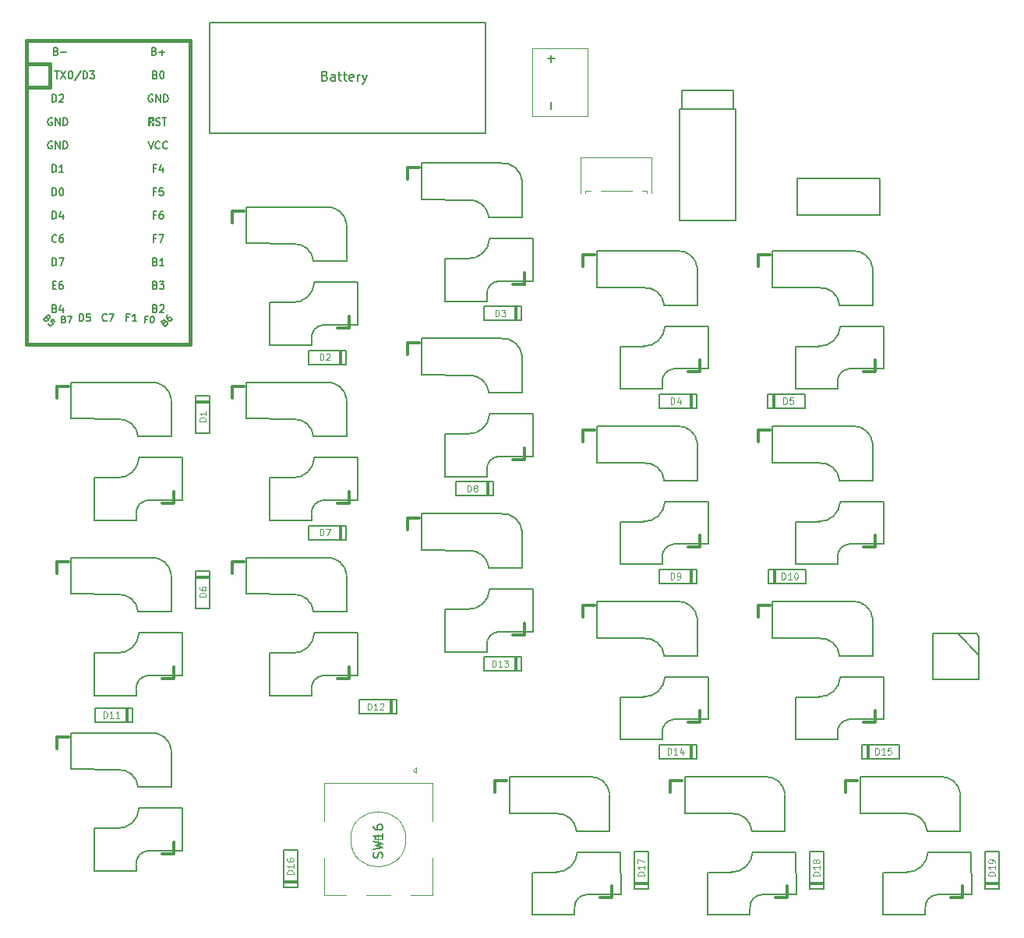
<source format=gbr>
%TF.GenerationSoftware,KiCad,Pcbnew,(5.1.6)-1*%
%TF.CreationDate,2021-05-04T17:20:08-05:00*%
%TF.ProjectId,FlatDox,466c6174-446f-4782-9e6b-696361645f70,rev?*%
%TF.SameCoordinates,Original*%
%TF.FileFunction,Legend,Top*%
%TF.FilePolarity,Positive*%
%FSLAX46Y46*%
G04 Gerber Fmt 4.6, Leading zero omitted, Abs format (unit mm)*
G04 Created by KiCad (PCBNEW (5.1.6)-1) date 2021-05-04 17:20:08*
%MOMM*%
%LPD*%
G01*
G04 APERTURE LIST*
%ADD10C,0.150000*%
%ADD11C,0.300000*%
%ADD12C,0.100000*%
%ADD13C,0.381000*%
%ADD14C,0.120000*%
%ADD15C,0.200000*%
%ADD16C,0.125000*%
G04 APERTURE END LIST*
D10*
X92564320Y-43926760D02*
X122564320Y-43926760D01*
X92564320Y-43926760D02*
X92564320Y-55915560D01*
X122564320Y-43926760D02*
X122564320Y-55926760D01*
X122564320Y-55926760D02*
X92564320Y-55915560D01*
X105086091Y-49722731D02*
X105228948Y-49770350D01*
X105276567Y-49817969D01*
X105324186Y-49913207D01*
X105324186Y-50056064D01*
X105276567Y-50151302D01*
X105228948Y-50198921D01*
X105133710Y-50246540D01*
X104752758Y-50246540D01*
X104752758Y-49246540D01*
X105086091Y-49246540D01*
X105181329Y-49294160D01*
X105228948Y-49341779D01*
X105276567Y-49437017D01*
X105276567Y-49532255D01*
X105228948Y-49627493D01*
X105181329Y-49675112D01*
X105086091Y-49722731D01*
X104752758Y-49722731D01*
X106181329Y-50246540D02*
X106181329Y-49722731D01*
X106133710Y-49627493D01*
X106038472Y-49579874D01*
X105847996Y-49579874D01*
X105752758Y-49627493D01*
X106181329Y-50198921D02*
X106086091Y-50246540D01*
X105847996Y-50246540D01*
X105752758Y-50198921D01*
X105705139Y-50103683D01*
X105705139Y-50008445D01*
X105752758Y-49913207D01*
X105847996Y-49865588D01*
X106086091Y-49865588D01*
X106181329Y-49817969D01*
X106514662Y-49579874D02*
X106895615Y-49579874D01*
X106657520Y-49246540D02*
X106657520Y-50103683D01*
X106705139Y-50198921D01*
X106800377Y-50246540D01*
X106895615Y-50246540D01*
X107086091Y-49579874D02*
X107467043Y-49579874D01*
X107228948Y-49246540D02*
X107228948Y-50103683D01*
X107276567Y-50198921D01*
X107371805Y-50246540D01*
X107467043Y-50246540D01*
X108181329Y-50198921D02*
X108086091Y-50246540D01*
X107895615Y-50246540D01*
X107800377Y-50198921D01*
X107752758Y-50103683D01*
X107752758Y-49722731D01*
X107800377Y-49627493D01*
X107895615Y-49579874D01*
X108086091Y-49579874D01*
X108181329Y-49627493D01*
X108228948Y-49722731D01*
X108228948Y-49817969D01*
X107752758Y-49913207D01*
X108657520Y-50246540D02*
X108657520Y-49579874D01*
X108657520Y-49770350D02*
X108705139Y-49675112D01*
X108752758Y-49627493D01*
X108847996Y-49579874D01*
X108943234Y-49579874D01*
X109181329Y-49579874D02*
X109419424Y-50246540D01*
X109657520Y-49579874D02*
X109419424Y-50246540D01*
X109324186Y-50484636D01*
X109276567Y-50532255D01*
X109181329Y-50579874D01*
%TO.C,SW15*%
X160789970Y-121130710D02*
X160789970Y-121830710D01*
X165784970Y-115030710D02*
X165809970Y-119630709D01*
X156209971Y-117230710D02*
X156209971Y-121830710D01*
X162009970Y-119655710D02*
X165784970Y-119655710D01*
X161084970Y-115005710D02*
X165784970Y-115005710D01*
X156234970Y-117205710D02*
X158784970Y-117205710D01*
X156234970Y-121855710D02*
X160784970Y-121855710D01*
X153709970Y-110780710D02*
X158759970Y-110826710D01*
X153709970Y-110734710D02*
X153709970Y-106826710D01*
X153709970Y-106826710D02*
X162334970Y-106826710D01*
X164609970Y-108780710D02*
X164609970Y-112725710D01*
X164609970Y-112734710D02*
X160999970Y-112734710D01*
D11*
X164859970Y-118710710D02*
X164859970Y-119980710D01*
X152159970Y-107280710D02*
X153429970Y-107280710D01*
X164859970Y-119980710D02*
X163589970Y-119980710D01*
X152159970Y-108550710D02*
X152159970Y-107280710D01*
D10*
X160789969Y-121080709D02*
G75*
G02*
X162009970Y-119660710I1320000J99999D01*
G01*
X161079970Y-115030710D02*
G75*
G02*
X158709970Y-117200710I-2270000J100000D01*
G01*
X160994971Y-112710709D02*
G75*
G03*
X158734970Y-110830710I-2070000J-190001D01*
G01*
X164598970Y-108710710D02*
G75*
G03*
X162334970Y-106826710I-2074000J-190000D01*
G01*
%TO.C,SW9*%
X141739970Y-102080710D02*
X141739970Y-102780710D01*
X146734970Y-95980710D02*
X146759970Y-100580709D01*
X137159971Y-98180710D02*
X137159971Y-102780710D01*
X142959970Y-100605710D02*
X146734970Y-100605710D01*
X142034970Y-95955710D02*
X146734970Y-95955710D01*
X137184970Y-98155710D02*
X139734970Y-98155710D01*
X137184970Y-102805710D02*
X141734970Y-102805710D01*
X134659970Y-91730710D02*
X139709970Y-91776710D01*
X134659970Y-91684710D02*
X134659970Y-87776710D01*
X134659970Y-87776710D02*
X143284970Y-87776710D01*
X145559970Y-89730710D02*
X145559970Y-93675710D01*
X145559970Y-93684710D02*
X141949970Y-93684710D01*
D11*
X145809970Y-99660710D02*
X145809970Y-100930710D01*
X133109970Y-88230710D02*
X134379970Y-88230710D01*
X145809970Y-100930710D02*
X144539970Y-100930710D01*
X133109970Y-89500710D02*
X133109970Y-88230710D01*
D10*
X141739969Y-102030709D02*
G75*
G02*
X142959970Y-100610710I1320000J99999D01*
G01*
X142029970Y-95980710D02*
G75*
G02*
X139659970Y-98150710I-2270000J100000D01*
G01*
X141944971Y-93660709D02*
G75*
G03*
X139684970Y-91780710I-2070000J-190001D01*
G01*
X145548970Y-89660710D02*
G75*
G03*
X143284970Y-87776710I-2074000J-190000D01*
G01*
%TO.C,SW17*%
X132214970Y-140180710D02*
X132214970Y-140880710D01*
X137209970Y-134080710D02*
X137234970Y-138680709D01*
X127634971Y-136280710D02*
X127634971Y-140880710D01*
X133434970Y-138705710D02*
X137209970Y-138705710D01*
X132509970Y-134055710D02*
X137209970Y-134055710D01*
X127659970Y-136255710D02*
X130209970Y-136255710D01*
X127659970Y-140905710D02*
X132209970Y-140905710D01*
X125134970Y-129830710D02*
X130184970Y-129876710D01*
X125134970Y-129784710D02*
X125134970Y-125876710D01*
X125134970Y-125876710D02*
X133759970Y-125876710D01*
X136034970Y-127830710D02*
X136034970Y-131775710D01*
X136034970Y-131784710D02*
X132424970Y-131784710D01*
D11*
X136284970Y-137760710D02*
X136284970Y-139030710D01*
X123584970Y-126330710D02*
X124854970Y-126330710D01*
X136284970Y-139030710D02*
X135014970Y-139030710D01*
X123584970Y-127600710D02*
X123584970Y-126330710D01*
D10*
X132214969Y-140130709D02*
G75*
G02*
X133434970Y-138710710I1320000J99999D01*
G01*
X132504970Y-134080710D02*
G75*
G02*
X130134970Y-136250710I-2270000J100000D01*
G01*
X132419971Y-131760709D02*
G75*
G03*
X130159970Y-129880710I-2070000J-190001D01*
G01*
X136023970Y-127760710D02*
G75*
G03*
X133759970Y-125876710I-2074000J-190000D01*
G01*
%TO.C,SW8*%
X122689970Y-92555710D02*
X122689970Y-93255710D01*
X127684970Y-86455710D02*
X127709970Y-91055709D01*
X118109971Y-88655710D02*
X118109971Y-93255710D01*
X123909970Y-91080710D02*
X127684970Y-91080710D01*
X122984970Y-86430710D02*
X127684970Y-86430710D01*
X118134970Y-88630710D02*
X120684970Y-88630710D01*
X118134970Y-93280710D02*
X122684970Y-93280710D01*
X115609970Y-82205710D02*
X120659970Y-82251710D01*
X115609970Y-82159710D02*
X115609970Y-78251710D01*
X115609970Y-78251710D02*
X124234970Y-78251710D01*
X126509970Y-80205710D02*
X126509970Y-84150710D01*
X126509970Y-84159710D02*
X122899970Y-84159710D01*
D11*
X126759970Y-90135710D02*
X126759970Y-91405710D01*
X114059970Y-78705710D02*
X115329970Y-78705710D01*
X126759970Y-91405710D02*
X125489970Y-91405710D01*
X114059970Y-79975710D02*
X114059970Y-78705710D01*
D10*
X122689969Y-92505709D02*
G75*
G02*
X123909970Y-91085710I1320000J99999D01*
G01*
X122979970Y-86455710D02*
G75*
G02*
X120609970Y-88625710I-2270000J100000D01*
G01*
X122894971Y-84135709D02*
G75*
G03*
X120634970Y-82255710I-2070000J-190001D01*
G01*
X126498970Y-80135710D02*
G75*
G03*
X124234970Y-78251710I-2074000J-190000D01*
G01*
%TO.C,SW4*%
X141739970Y-83030710D02*
X141739970Y-83730710D01*
X146734970Y-76930710D02*
X146759970Y-81530709D01*
X137159971Y-79130710D02*
X137159971Y-83730710D01*
X142959970Y-81555710D02*
X146734970Y-81555710D01*
X142034970Y-76905710D02*
X146734970Y-76905710D01*
X137184970Y-79105710D02*
X139734970Y-79105710D01*
X137184970Y-83755710D02*
X141734970Y-83755710D01*
X134659970Y-72680710D02*
X139709970Y-72726710D01*
X134659970Y-72634710D02*
X134659970Y-68726710D01*
X134659970Y-68726710D02*
X143284970Y-68726710D01*
X145559970Y-70680710D02*
X145559970Y-74625710D01*
X145559970Y-74634710D02*
X141949970Y-74634710D01*
D11*
X145809970Y-80610710D02*
X145809970Y-81880710D01*
X133109970Y-69180710D02*
X134379970Y-69180710D01*
X145809970Y-81880710D02*
X144539970Y-81880710D01*
X133109970Y-70450710D02*
X133109970Y-69180710D01*
D10*
X141739969Y-82980709D02*
G75*
G02*
X142959970Y-81560710I1320000J99999D01*
G01*
X142029970Y-76930710D02*
G75*
G02*
X139659970Y-79100710I-2270000J100000D01*
G01*
X141944971Y-74610709D02*
G75*
G03*
X139684970Y-72730710I-2070000J-190001D01*
G01*
X145548970Y-70610710D02*
G75*
G03*
X143284970Y-68726710I-2074000J-190000D01*
G01*
%TO.C,SW18*%
X151264970Y-140180710D02*
X151264970Y-140880710D01*
X156259970Y-134080710D02*
X156284970Y-138680709D01*
X146684971Y-136280710D02*
X146684971Y-140880710D01*
X152484970Y-138705710D02*
X156259970Y-138705710D01*
X151559970Y-134055710D02*
X156259970Y-134055710D01*
X146709970Y-136255710D02*
X149259970Y-136255710D01*
X146709970Y-140905710D02*
X151259970Y-140905710D01*
X144184970Y-129830710D02*
X149234970Y-129876710D01*
X144184970Y-129784710D02*
X144184970Y-125876710D01*
X144184970Y-125876710D02*
X152809970Y-125876710D01*
X155084970Y-127830710D02*
X155084970Y-131775710D01*
X155084970Y-131784710D02*
X151474970Y-131784710D01*
D11*
X155334970Y-137760710D02*
X155334970Y-139030710D01*
X142634970Y-126330710D02*
X143904970Y-126330710D01*
X155334970Y-139030710D02*
X154064970Y-139030710D01*
X142634970Y-127600710D02*
X142634970Y-126330710D01*
D10*
X151264969Y-140130709D02*
G75*
G02*
X152484970Y-138710710I1320000J99999D01*
G01*
X151554970Y-134080710D02*
G75*
G02*
X149184970Y-136250710I-2270000J100000D01*
G01*
X151469971Y-131760709D02*
G75*
G03*
X149209970Y-129880710I-2070000J-190001D01*
G01*
X155073970Y-127760710D02*
G75*
G03*
X152809970Y-125876710I-2074000J-190000D01*
G01*
%TO.C,SW5*%
X160789970Y-83030710D02*
X160789970Y-83730710D01*
X165784970Y-76930710D02*
X165809970Y-81530709D01*
X156209971Y-79130710D02*
X156209971Y-83730710D01*
X162009970Y-81555710D02*
X165784970Y-81555710D01*
X161084970Y-76905710D02*
X165784970Y-76905710D01*
X156234970Y-79105710D02*
X158784970Y-79105710D01*
X156234970Y-83755710D02*
X160784970Y-83755710D01*
X153709970Y-72680710D02*
X158759970Y-72726710D01*
X153709970Y-72634710D02*
X153709970Y-68726710D01*
X153709970Y-68726710D02*
X162334970Y-68726710D01*
X164609970Y-70680710D02*
X164609970Y-74625710D01*
X164609970Y-74634710D02*
X160999970Y-74634710D01*
D11*
X164859970Y-80610710D02*
X164859970Y-81880710D01*
X152159970Y-69180710D02*
X153429970Y-69180710D01*
X164859970Y-81880710D02*
X163589970Y-81880710D01*
X152159970Y-70450710D02*
X152159970Y-69180710D01*
D10*
X160789969Y-82980709D02*
G75*
G02*
X162009970Y-81560710I1320000J99999D01*
G01*
X161079970Y-76930710D02*
G75*
G02*
X158709970Y-79100710I-2270000J100000D01*
G01*
X160994971Y-74610709D02*
G75*
G03*
X158734970Y-72730710I-2070000J-190001D01*
G01*
X164598970Y-70610710D02*
G75*
G03*
X162334970Y-68726710I-2074000J-190000D01*
G01*
%TO.C,SW12*%
X103639970Y-116368210D02*
X103639970Y-117068210D01*
X108634970Y-110268210D02*
X108659970Y-114868209D01*
X99059971Y-112468210D02*
X99059971Y-117068210D01*
X104859970Y-114893210D02*
X108634970Y-114893210D01*
X103934970Y-110243210D02*
X108634970Y-110243210D01*
X99084970Y-112443210D02*
X101634970Y-112443210D01*
X99084970Y-117093210D02*
X103634970Y-117093210D01*
X96559970Y-106018210D02*
X101609970Y-106064210D01*
X96559970Y-105972210D02*
X96559970Y-102064210D01*
X96559970Y-102064210D02*
X105184970Y-102064210D01*
X107459970Y-104018210D02*
X107459970Y-107963210D01*
X107459970Y-107972210D02*
X103849970Y-107972210D01*
D11*
X107709970Y-113948210D02*
X107709970Y-115218210D01*
X95009970Y-102518210D02*
X96279970Y-102518210D01*
X107709970Y-115218210D02*
X106439970Y-115218210D01*
X95009970Y-103788210D02*
X95009970Y-102518210D01*
D10*
X103639969Y-116318209D02*
G75*
G02*
X104859970Y-114898210I1320000J99999D01*
G01*
X103929970Y-110268210D02*
G75*
G02*
X101559970Y-112438210I-2270000J100000D01*
G01*
X103844971Y-107948209D02*
G75*
G03*
X101584970Y-106068210I-2070000J-190001D01*
G01*
X107448970Y-103948210D02*
G75*
G03*
X105184970Y-102064210I-2074000J-190000D01*
G01*
%TO.C,SW14*%
X141739970Y-121130710D02*
X141739970Y-121830710D01*
X146734970Y-115030710D02*
X146759970Y-119630709D01*
X137159971Y-117230710D02*
X137159971Y-121830710D01*
X142959970Y-119655710D02*
X146734970Y-119655710D01*
X142034970Y-115005710D02*
X146734970Y-115005710D01*
X137184970Y-117205710D02*
X139734970Y-117205710D01*
X137184970Y-121855710D02*
X141734970Y-121855710D01*
X134659970Y-110780710D02*
X139709970Y-110826710D01*
X134659970Y-110734710D02*
X134659970Y-106826710D01*
X134659970Y-106826710D02*
X143284970Y-106826710D01*
X145559970Y-108780710D02*
X145559970Y-112725710D01*
X145559970Y-112734710D02*
X141949970Y-112734710D01*
D11*
X145809970Y-118710710D02*
X145809970Y-119980710D01*
X133109970Y-107280710D02*
X134379970Y-107280710D01*
X145809970Y-119980710D02*
X144539970Y-119980710D01*
X133109970Y-108550710D02*
X133109970Y-107280710D01*
D10*
X141739969Y-121080709D02*
G75*
G02*
X142959970Y-119660710I1320000J99999D01*
G01*
X142029970Y-115030710D02*
G75*
G02*
X139659970Y-117200710I-2270000J100000D01*
G01*
X141944971Y-112710709D02*
G75*
G03*
X139684970Y-110830710I-2070000J-190001D01*
G01*
X145548970Y-108710710D02*
G75*
G03*
X143284970Y-106826710I-2074000J-190000D01*
G01*
%TO.C,SW6*%
X84589970Y-116368210D02*
X84589970Y-117068210D01*
X89584970Y-110268210D02*
X89609970Y-114868209D01*
X80009971Y-112468210D02*
X80009971Y-117068210D01*
X85809970Y-114893210D02*
X89584970Y-114893210D01*
X84884970Y-110243210D02*
X89584970Y-110243210D01*
X80034970Y-112443210D02*
X82584970Y-112443210D01*
X80034970Y-117093210D02*
X84584970Y-117093210D01*
X77509970Y-106018210D02*
X82559970Y-106064210D01*
X77509970Y-105972210D02*
X77509970Y-102064210D01*
X77509970Y-102064210D02*
X86134970Y-102064210D01*
X88409970Y-104018210D02*
X88409970Y-107963210D01*
X88409970Y-107972210D02*
X84799970Y-107972210D01*
D11*
X88659970Y-113948210D02*
X88659970Y-115218210D01*
X75959970Y-102518210D02*
X77229970Y-102518210D01*
X88659970Y-115218210D02*
X87389970Y-115218210D01*
X75959970Y-103788210D02*
X75959970Y-102518210D01*
D10*
X84589969Y-116318209D02*
G75*
G02*
X85809970Y-114898210I1320000J99999D01*
G01*
X84879970Y-110268210D02*
G75*
G02*
X82509970Y-112438210I-2270000J100000D01*
G01*
X84794971Y-107948209D02*
G75*
G03*
X82534970Y-106068210I-2070000J-190001D01*
G01*
X88398970Y-103948210D02*
G75*
G03*
X86134970Y-102064210I-2074000J-190000D01*
G01*
%TO.C,SW13*%
X122689970Y-111605710D02*
X122689970Y-112305710D01*
X127684970Y-105505710D02*
X127709970Y-110105709D01*
X118109971Y-107705710D02*
X118109971Y-112305710D01*
X123909970Y-110130710D02*
X127684970Y-110130710D01*
X122984970Y-105480710D02*
X127684970Y-105480710D01*
X118134970Y-107680710D02*
X120684970Y-107680710D01*
X118134970Y-112330710D02*
X122684970Y-112330710D01*
X115609970Y-101255710D02*
X120659970Y-101301710D01*
X115609970Y-101209710D02*
X115609970Y-97301710D01*
X115609970Y-97301710D02*
X124234970Y-97301710D01*
X126509970Y-99255710D02*
X126509970Y-103200710D01*
X126509970Y-103209710D02*
X122899970Y-103209710D01*
D11*
X126759970Y-109185710D02*
X126759970Y-110455710D01*
X114059970Y-97755710D02*
X115329970Y-97755710D01*
X126759970Y-110455710D02*
X125489970Y-110455710D01*
X114059970Y-99025710D02*
X114059970Y-97755710D01*
D10*
X122689969Y-111555709D02*
G75*
G02*
X123909970Y-110135710I1320000J99999D01*
G01*
X122979970Y-105505710D02*
G75*
G02*
X120609970Y-107675710I-2270000J100000D01*
G01*
X122894971Y-103185709D02*
G75*
G03*
X120634970Y-101305710I-2070000J-190001D01*
G01*
X126498970Y-99185710D02*
G75*
G03*
X124234970Y-97301710I-2074000J-190000D01*
G01*
%TO.C,SW11*%
X84589970Y-135418210D02*
X84589970Y-136118210D01*
X89584970Y-129318210D02*
X89609970Y-133918209D01*
X80009971Y-131518210D02*
X80009971Y-136118210D01*
X85809970Y-133943210D02*
X89584970Y-133943210D01*
X84884970Y-129293210D02*
X89584970Y-129293210D01*
X80034970Y-131493210D02*
X82584970Y-131493210D01*
X80034970Y-136143210D02*
X84584970Y-136143210D01*
X77509970Y-125068210D02*
X82559970Y-125114210D01*
X77509970Y-125022210D02*
X77509970Y-121114210D01*
X77509970Y-121114210D02*
X86134970Y-121114210D01*
X88409970Y-123068210D02*
X88409970Y-127013210D01*
X88409970Y-127022210D02*
X84799970Y-127022210D01*
D11*
X88659970Y-132998210D02*
X88659970Y-134268210D01*
X75959970Y-121568210D02*
X77229970Y-121568210D01*
X88659970Y-134268210D02*
X87389970Y-134268210D01*
X75959970Y-122838210D02*
X75959970Y-121568210D01*
D10*
X84589969Y-135368209D02*
G75*
G02*
X85809970Y-133948210I1320000J99999D01*
G01*
X84879970Y-129318210D02*
G75*
G02*
X82509970Y-131488210I-2270000J100000D01*
G01*
X84794971Y-126998209D02*
G75*
G03*
X82534970Y-125118210I-2070000J-190001D01*
G01*
X88398970Y-122998210D02*
G75*
G03*
X86134970Y-121114210I-2074000J-190000D01*
G01*
%TO.C,SW2*%
X103639970Y-78268210D02*
X103639970Y-78968210D01*
X108634970Y-72168210D02*
X108659970Y-76768209D01*
X99059971Y-74368210D02*
X99059971Y-78968210D01*
X104859970Y-76793210D02*
X108634970Y-76793210D01*
X103934970Y-72143210D02*
X108634970Y-72143210D01*
X99084970Y-74343210D02*
X101634970Y-74343210D01*
X99084970Y-78993210D02*
X103634970Y-78993210D01*
X96559970Y-67918210D02*
X101609970Y-67964210D01*
X96559970Y-67872210D02*
X96559970Y-63964210D01*
X96559970Y-63964210D02*
X105184970Y-63964210D01*
X107459970Y-65918210D02*
X107459970Y-69863210D01*
X107459970Y-69872210D02*
X103849970Y-69872210D01*
D11*
X107709970Y-75848210D02*
X107709970Y-77118210D01*
X95009970Y-64418210D02*
X96279970Y-64418210D01*
X107709970Y-77118210D02*
X106439970Y-77118210D01*
X95009970Y-65688210D02*
X95009970Y-64418210D01*
D10*
X103639969Y-78218209D02*
G75*
G02*
X104859970Y-76798210I1320000J99999D01*
G01*
X103929970Y-72168210D02*
G75*
G02*
X101559970Y-74338210I-2270000J100000D01*
G01*
X103844971Y-69848209D02*
G75*
G03*
X101584970Y-67968210I-2070000J-190001D01*
G01*
X107448970Y-65848210D02*
G75*
G03*
X105184970Y-63964210I-2074000J-190000D01*
G01*
%TO.C,D18*%
X157747970Y-138046460D02*
X159271970Y-138046460D01*
X159271970Y-138046460D02*
X159271970Y-133982460D01*
X159271970Y-133982460D02*
X157747970Y-133982460D01*
X157747970Y-133982460D02*
X157747970Y-138046460D01*
D12*
G36*
X159271970Y-137284460D02*
G01*
X157747970Y-137284460D01*
X157747970Y-137538460D01*
X159271970Y-137538460D01*
X159271970Y-137284460D01*
G37*
X159271970Y-137284460D02*
X157747970Y-137284460D01*
X157747970Y-137538460D01*
X159271970Y-137538460D01*
X159271970Y-137284460D01*
D13*
%TO.C,U1*%
X72626220Y-48384460D02*
X72626220Y-78864460D01*
X72626220Y-78864460D02*
X90406220Y-78864460D01*
X90406220Y-78864460D02*
X90406220Y-48384460D01*
X75166220Y-48384460D02*
X75166220Y-50924460D01*
X75166220Y-50924460D02*
X72626220Y-50924460D01*
D10*
G36*
X86447788Y-54263820D02*
G01*
X86447788Y-54563820D01*
X86347788Y-54563820D01*
X86347788Y-54263820D01*
X86447788Y-54263820D01*
G37*
X86447788Y-54263820D02*
X86447788Y-54563820D01*
X86347788Y-54563820D01*
X86347788Y-54263820D01*
X86447788Y-54263820D01*
G36*
X86247788Y-54663820D02*
G01*
X86247788Y-54763820D01*
X86147788Y-54763820D01*
X86147788Y-54663820D01*
X86247788Y-54663820D01*
G37*
X86247788Y-54663820D02*
X86247788Y-54763820D01*
X86147788Y-54763820D01*
X86147788Y-54663820D01*
X86247788Y-54663820D01*
G36*
X86447788Y-54263820D02*
G01*
X86447788Y-54363820D01*
X85947788Y-54363820D01*
X85947788Y-54263820D01*
X86447788Y-54263820D01*
G37*
X86447788Y-54263820D02*
X86447788Y-54363820D01*
X85947788Y-54363820D01*
X85947788Y-54263820D01*
X86447788Y-54263820D01*
G36*
X86047788Y-54263820D02*
G01*
X86047788Y-55063820D01*
X85947788Y-55063820D01*
X85947788Y-54263820D01*
X86047788Y-54263820D01*
G37*
X86047788Y-54263820D02*
X86047788Y-55063820D01*
X85947788Y-55063820D01*
X85947788Y-54263820D01*
X86047788Y-54263820D01*
G36*
X86447788Y-54863820D02*
G01*
X86447788Y-55063820D01*
X86347788Y-55063820D01*
X86347788Y-54863820D01*
X86447788Y-54863820D01*
G37*
X86447788Y-54863820D02*
X86447788Y-55063820D01*
X86347788Y-55063820D01*
X86347788Y-54863820D01*
X86447788Y-54863820D01*
D13*
X90406220Y-48384460D02*
X90406220Y-45844460D01*
X90406220Y-45844460D02*
X72626220Y-45844460D01*
X72626220Y-45844460D02*
X72626220Y-48384460D01*
X75166220Y-48384460D02*
X72626220Y-48384460D01*
D14*
%TO.C,SW16*%
X113884970Y-132680710D02*
G75*
G03*
X113884970Y-132680710I-3000000J0D01*
G01*
X116784970Y-134680710D02*
X116784970Y-138780710D01*
X104984970Y-138780710D02*
X104984970Y-134680710D01*
X104984970Y-130680710D02*
X104984970Y-126580710D01*
X116784970Y-130680710D02*
X116784970Y-126580710D01*
X116784970Y-126580710D02*
X104984970Y-126580710D01*
X114684970Y-125180710D02*
X114984970Y-124880710D01*
X114984970Y-124880710D02*
X114984970Y-125480710D01*
X114984970Y-125480710D02*
X114684970Y-125180710D01*
X116784970Y-138780710D02*
X114384970Y-138780710D01*
X112184970Y-138780710D02*
X109584970Y-138780710D01*
X107384970Y-138780710D02*
X104984970Y-138780710D01*
X111384970Y-132680710D02*
X110384970Y-132680710D01*
X110884970Y-132180710D02*
X110884970Y-133180710D01*
D10*
%TO.C,D2*%
X107360720Y-81055210D02*
X107360720Y-79531210D01*
X107360720Y-79531210D02*
X103296720Y-79531210D01*
X103296720Y-79531210D02*
X103296720Y-81055210D01*
X103296720Y-81055210D02*
X107360720Y-81055210D01*
D12*
G36*
X106598720Y-79531210D02*
G01*
X106598720Y-81055210D01*
X106852720Y-81055210D01*
X106852720Y-79531210D01*
X106598720Y-79531210D01*
G37*
X106598720Y-79531210D02*
X106598720Y-81055210D01*
X106852720Y-81055210D01*
X106852720Y-79531210D01*
X106598720Y-79531210D01*
D10*
%TO.C,D15*%
X163462970Y-122393710D02*
X163462970Y-123917710D01*
X163462970Y-123917710D02*
X167526970Y-123917710D01*
X167526970Y-123917710D02*
X167526970Y-122393710D01*
X167526970Y-122393710D02*
X163462970Y-122393710D01*
D12*
G36*
X164224970Y-123917710D02*
G01*
X164224970Y-122393710D01*
X163970970Y-122393710D01*
X163970970Y-123917710D01*
X164224970Y-123917710D01*
G37*
X164224970Y-123917710D02*
X164224970Y-122393710D01*
X163970970Y-122393710D01*
X163970970Y-123917710D01*
X164224970Y-123917710D01*
D14*
%TO.C,SW21*%
X139529720Y-62201710D02*
X140069720Y-62201710D01*
X132869720Y-58531710D02*
X140589720Y-58531710D01*
X133389720Y-62201710D02*
X133929720Y-62201710D01*
X140069720Y-62201710D02*
X140069720Y-62431710D01*
X135029720Y-62201710D02*
X138429720Y-62201710D01*
X140589720Y-58531710D02*
X140589720Y-62431710D01*
X132869720Y-58531710D02*
X132869720Y-62431710D01*
X133389720Y-62201710D02*
X133389720Y-62431710D01*
D10*
%TO.C,SW3*%
X122689970Y-73505710D02*
X122689970Y-74205710D01*
X127684970Y-67405710D02*
X127709970Y-72005709D01*
X118109971Y-69605710D02*
X118109971Y-74205710D01*
X123909970Y-72030710D02*
X127684970Y-72030710D01*
X122984970Y-67380710D02*
X127684970Y-67380710D01*
X118134970Y-69580710D02*
X120684970Y-69580710D01*
X118134970Y-74230710D02*
X122684970Y-74230710D01*
X115609970Y-63155710D02*
X120659970Y-63201710D01*
X115609970Y-63109710D02*
X115609970Y-59201710D01*
X115609970Y-59201710D02*
X124234970Y-59201710D01*
X126509970Y-61155710D02*
X126509970Y-65100710D01*
X126509970Y-65109710D02*
X122899970Y-65109710D01*
D11*
X126759970Y-71085710D02*
X126759970Y-72355710D01*
X114059970Y-59655710D02*
X115329970Y-59655710D01*
X126759970Y-72355710D02*
X125489970Y-72355710D01*
X114059970Y-60925710D02*
X114059970Y-59655710D01*
D10*
X122689969Y-73455709D02*
G75*
G02*
X123909970Y-72035710I1320000J99999D01*
G01*
X122979970Y-67405710D02*
G75*
G02*
X120609970Y-69575710I-2270000J100000D01*
G01*
X122894971Y-65085709D02*
G75*
G03*
X120634970Y-63205710I-2070000J-190001D01*
G01*
X126498970Y-61085710D02*
G75*
G03*
X124234970Y-59201710I-2074000J-190000D01*
G01*
%TO.C,SW10*%
X160789970Y-102080710D02*
X160789970Y-102780710D01*
X165784970Y-95980710D02*
X165809970Y-100580709D01*
X156209971Y-98180710D02*
X156209971Y-102780710D01*
X162009970Y-100605710D02*
X165784970Y-100605710D01*
X161084970Y-95955710D02*
X165784970Y-95955710D01*
X156234970Y-98155710D02*
X158784970Y-98155710D01*
X156234970Y-102805710D02*
X160784970Y-102805710D01*
X153709970Y-91730710D02*
X158759970Y-91776710D01*
X153709970Y-91684710D02*
X153709970Y-87776710D01*
X153709970Y-87776710D02*
X162334970Y-87776710D01*
X164609970Y-89730710D02*
X164609970Y-93675710D01*
X164609970Y-93684710D02*
X160999970Y-93684710D01*
D11*
X164859970Y-99660710D02*
X164859970Y-100930710D01*
X152159970Y-88230710D02*
X153429970Y-88230710D01*
X164859970Y-100930710D02*
X163589970Y-100930710D01*
X152159970Y-89500710D02*
X152159970Y-88230710D01*
D10*
X160789969Y-102030709D02*
G75*
G02*
X162009970Y-100610710I1320000J99999D01*
G01*
X161079970Y-95980710D02*
G75*
G02*
X158709970Y-98150710I-2270000J100000D01*
G01*
X160994971Y-93660709D02*
G75*
G03*
X158734970Y-91780710I-2070000J-190001D01*
G01*
X164598970Y-89660710D02*
G75*
G03*
X162334970Y-87776710I-2074000J-190000D01*
G01*
%TO.C,SW7*%
X103639970Y-97318210D02*
X103639970Y-98018210D01*
X108634970Y-91218210D02*
X108659970Y-95818209D01*
X99059971Y-93418210D02*
X99059971Y-98018210D01*
X104859970Y-95843210D02*
X108634970Y-95843210D01*
X103934970Y-91193210D02*
X108634970Y-91193210D01*
X99084970Y-93393210D02*
X101634970Y-93393210D01*
X99084970Y-98043210D02*
X103634970Y-98043210D01*
X96559970Y-86968210D02*
X101609970Y-87014210D01*
X96559970Y-86922210D02*
X96559970Y-83014210D01*
X96559970Y-83014210D02*
X105184970Y-83014210D01*
X107459970Y-84968210D02*
X107459970Y-88913210D01*
X107459970Y-88922210D02*
X103849970Y-88922210D01*
D11*
X107709970Y-94898210D02*
X107709970Y-96168210D01*
X95009970Y-83468210D02*
X96279970Y-83468210D01*
X107709970Y-96168210D02*
X106439970Y-96168210D01*
X95009970Y-84738210D02*
X95009970Y-83468210D01*
D10*
X103639969Y-97268209D02*
G75*
G02*
X104859970Y-95848210I1320000J99999D01*
G01*
X103929970Y-91218210D02*
G75*
G02*
X101559970Y-93388210I-2270000J100000D01*
G01*
X103844971Y-88898209D02*
G75*
G03*
X101584970Y-87018210I-2070000J-190001D01*
G01*
X107448970Y-84898210D02*
G75*
G03*
X105184970Y-83014210I-2074000J-190000D01*
G01*
%TO.C,SW19*%
X170314970Y-140180710D02*
X170314970Y-140880710D01*
X175309970Y-134080710D02*
X175334970Y-138680709D01*
X165734971Y-136280710D02*
X165734971Y-140880710D01*
X171534970Y-138705710D02*
X175309970Y-138705710D01*
X170609970Y-134055710D02*
X175309970Y-134055710D01*
X165759970Y-136255710D02*
X168309970Y-136255710D01*
X165759970Y-140905710D02*
X170309970Y-140905710D01*
X163234970Y-129830710D02*
X168284970Y-129876710D01*
X163234970Y-129784710D02*
X163234970Y-125876710D01*
X163234970Y-125876710D02*
X171859970Y-125876710D01*
X174134970Y-127830710D02*
X174134970Y-131775710D01*
X174134970Y-131784710D02*
X170524970Y-131784710D01*
D11*
X174384970Y-137760710D02*
X174384970Y-139030710D01*
X161684970Y-126330710D02*
X162954970Y-126330710D01*
X174384970Y-139030710D02*
X173114970Y-139030710D01*
X161684970Y-127600710D02*
X161684970Y-126330710D01*
D10*
X170314969Y-140130709D02*
G75*
G02*
X171534970Y-138710710I1320000J99999D01*
G01*
X170604970Y-134080710D02*
G75*
G02*
X168234970Y-136250710I-2270000J100000D01*
G01*
X170519971Y-131760709D02*
G75*
G03*
X168259970Y-129880710I-2070000J-190001D01*
G01*
X174123970Y-127760710D02*
G75*
G03*
X171859970Y-125876710I-2074000J-190000D01*
G01*
%TO.C,D13*%
X126410720Y-114392710D02*
X126410720Y-112868710D01*
X126410720Y-112868710D02*
X122346720Y-112868710D01*
X122346720Y-112868710D02*
X122346720Y-114392710D01*
X122346720Y-114392710D02*
X126410720Y-114392710D01*
D12*
G36*
X125648720Y-112868710D02*
G01*
X125648720Y-114392710D01*
X125902720Y-114392710D01*
X125902720Y-112868710D01*
X125648720Y-112868710D01*
G37*
X125648720Y-112868710D02*
X125648720Y-114392710D01*
X125902720Y-114392710D01*
X125902720Y-112868710D01*
X125648720Y-112868710D01*
D10*
%TO.C,D1*%
X92596970Y-84452460D02*
X91072970Y-84452460D01*
X91072970Y-84452460D02*
X91072970Y-88516460D01*
X91072970Y-88516460D02*
X92596970Y-88516460D01*
X92596970Y-88516460D02*
X92596970Y-84452460D01*
D12*
G36*
X91072970Y-85214460D02*
G01*
X92596970Y-85214460D01*
X92596970Y-84960460D01*
X91072970Y-84960460D01*
X91072970Y-85214460D01*
G37*
X91072970Y-85214460D02*
X92596970Y-85214460D01*
X92596970Y-84960460D01*
X91072970Y-84960460D01*
X91072970Y-85214460D01*
D10*
%TO.C,D8*%
X123394470Y-95342710D02*
X123394470Y-93818710D01*
X123394470Y-93818710D02*
X119330470Y-93818710D01*
X119330470Y-93818710D02*
X119330470Y-95342710D01*
X119330470Y-95342710D02*
X123394470Y-95342710D01*
D12*
G36*
X122632470Y-93818710D02*
G01*
X122632470Y-95342710D01*
X122886470Y-95342710D01*
X122886470Y-93818710D01*
X122632470Y-93818710D01*
G37*
X122632470Y-93818710D02*
X122632470Y-95342710D01*
X122886470Y-95342710D01*
X122886470Y-93818710D01*
X122632470Y-93818710D01*
D10*
%TO.C,PJ1*%
X149484970Y-51305710D02*
X143884970Y-51305710D01*
X143884970Y-53305710D02*
X143884970Y-51305710D01*
X149484970Y-53305710D02*
X149484970Y-51305710D01*
X143634970Y-53305710D02*
X143634970Y-65405710D01*
X149734970Y-53305710D02*
X149734970Y-65405710D01*
X149734970Y-65405710D02*
X143634970Y-65405710D01*
X149734970Y-53305710D02*
X143634970Y-53305710D01*
%TO.C,D3*%
X126410720Y-76292710D02*
X126410720Y-74768710D01*
X126410720Y-74768710D02*
X122346720Y-74768710D01*
X122346720Y-74768710D02*
X122346720Y-76292710D01*
X122346720Y-76292710D02*
X126410720Y-76292710D01*
D12*
G36*
X125648720Y-74768710D02*
G01*
X125648720Y-76292710D01*
X125902720Y-76292710D01*
X125902720Y-74768710D01*
X125648720Y-74768710D01*
G37*
X125648720Y-74768710D02*
X125648720Y-76292710D01*
X125902720Y-76292710D01*
X125902720Y-74768710D01*
X125648720Y-74768710D01*
D10*
%TO.C,D14*%
X145460720Y-123917710D02*
X145460720Y-122393710D01*
X145460720Y-122393710D02*
X141396720Y-122393710D01*
X141396720Y-122393710D02*
X141396720Y-123917710D01*
X141396720Y-123917710D02*
X145460720Y-123917710D01*
D12*
G36*
X144698720Y-122393710D02*
G01*
X144698720Y-123917710D01*
X144952720Y-123917710D01*
X144952720Y-122393710D01*
X144698720Y-122393710D01*
G37*
X144698720Y-122393710D02*
X144698720Y-123917710D01*
X144952720Y-123917710D01*
X144952720Y-122393710D01*
X144698720Y-122393710D01*
D10*
%TO.C,D19*%
X176797970Y-138046460D02*
X178321970Y-138046460D01*
X178321970Y-138046460D02*
X178321970Y-133982460D01*
X178321970Y-133982460D02*
X176797970Y-133982460D01*
X176797970Y-133982460D02*
X176797970Y-138046460D01*
D12*
G36*
X178321970Y-137284460D02*
G01*
X176797970Y-137284460D01*
X176797970Y-137538460D01*
X178321970Y-137538460D01*
X178321970Y-137284460D01*
G37*
X178321970Y-137284460D02*
X176797970Y-137284460D01*
X176797970Y-137538460D01*
X178321970Y-137538460D01*
X178321970Y-137284460D01*
D10*
%TO.C,D4*%
X145460720Y-85817710D02*
X145460720Y-84293710D01*
X145460720Y-84293710D02*
X141396720Y-84293710D01*
X141396720Y-84293710D02*
X141396720Y-85817710D01*
X141396720Y-85817710D02*
X145460720Y-85817710D01*
D12*
G36*
X144698720Y-84293710D02*
G01*
X144698720Y-85817710D01*
X144952720Y-85817710D01*
X144952720Y-84293710D01*
X144698720Y-84293710D01*
G37*
X144698720Y-84293710D02*
X144698720Y-85817710D01*
X144952720Y-85817710D01*
X144952720Y-84293710D01*
X144698720Y-84293710D01*
D10*
%TO.C,D5*%
X153144220Y-84293710D02*
X153144220Y-85817710D01*
X153144220Y-85817710D02*
X157208220Y-85817710D01*
X157208220Y-85817710D02*
X157208220Y-84293710D01*
X157208220Y-84293710D02*
X153144220Y-84293710D01*
D12*
G36*
X153906220Y-85817710D02*
G01*
X153906220Y-84293710D01*
X153652220Y-84293710D01*
X153652220Y-85817710D01*
X153906220Y-85817710D01*
G37*
X153906220Y-85817710D02*
X153906220Y-84293710D01*
X153652220Y-84293710D01*
X153652220Y-85817710D01*
X153906220Y-85817710D01*
D10*
%TO.C,D6*%
X92596970Y-103502460D02*
X91072970Y-103502460D01*
X91072970Y-103502460D02*
X91072970Y-107566460D01*
X91072970Y-107566460D02*
X92596970Y-107566460D01*
X92596970Y-107566460D02*
X92596970Y-103502460D01*
D12*
G36*
X91072970Y-104264460D02*
G01*
X92596970Y-104264460D01*
X92596970Y-104010460D01*
X91072970Y-104010460D01*
X91072970Y-104264460D01*
G37*
X91072970Y-104264460D02*
X92596970Y-104264460D01*
X92596970Y-104010460D01*
X91072970Y-104010460D01*
X91072970Y-104264460D01*
D10*
%TO.C,D16*%
X100597970Y-137887710D02*
X102121970Y-137887710D01*
X102121970Y-137887710D02*
X102121970Y-133823710D01*
X102121970Y-133823710D02*
X100597970Y-133823710D01*
X100597970Y-133823710D02*
X100597970Y-137887710D01*
D12*
G36*
X102121970Y-137125710D02*
G01*
X100597970Y-137125710D01*
X100597970Y-137379710D01*
X102121970Y-137379710D01*
X102121970Y-137125710D01*
G37*
X102121970Y-137125710D02*
X100597970Y-137125710D01*
X100597970Y-137379710D01*
X102121970Y-137379710D01*
X102121970Y-137125710D01*
D10*
%TO.C,D12*%
X112872520Y-119059960D02*
X112872520Y-117535960D01*
X112872520Y-117535960D02*
X108808520Y-117535960D01*
X108808520Y-117535960D02*
X108808520Y-119059960D01*
X108808520Y-119059960D02*
X112872520Y-119059960D01*
D12*
G36*
X112110520Y-117535960D02*
G01*
X112110520Y-119059960D01*
X112364520Y-119059960D01*
X112364520Y-117535960D01*
X112110520Y-117535960D01*
G37*
X112110520Y-117535960D02*
X112110520Y-119059960D01*
X112364520Y-119059960D01*
X112364520Y-117535960D01*
X112110520Y-117535960D01*
D10*
%TO.C,D10*%
X153302970Y-103343710D02*
X153302970Y-104867710D01*
X153302970Y-104867710D02*
X157366970Y-104867710D01*
X157366970Y-104867710D02*
X157366970Y-103343710D01*
X157366970Y-103343710D02*
X153302970Y-103343710D01*
D12*
G36*
X154064970Y-104867710D02*
G01*
X154064970Y-103343710D01*
X153810970Y-103343710D01*
X153810970Y-104867710D01*
X154064970Y-104867710D01*
G37*
X154064970Y-104867710D02*
X154064970Y-103343710D01*
X153810970Y-103343710D01*
X153810970Y-104867710D01*
X154064970Y-104867710D01*
D10*
%TO.C,D17*%
X138697970Y-138046460D02*
X140221970Y-138046460D01*
X140221970Y-138046460D02*
X140221970Y-133982460D01*
X140221970Y-133982460D02*
X138697970Y-133982460D01*
X138697970Y-133982460D02*
X138697970Y-138046460D01*
D12*
G36*
X140221970Y-137284460D02*
G01*
X138697970Y-137284460D01*
X138697970Y-137538460D01*
X140221970Y-137538460D01*
X140221970Y-137284460D01*
G37*
X140221970Y-137284460D02*
X138697970Y-137284460D01*
X138697970Y-137538460D01*
X140221970Y-137538460D01*
X140221970Y-137284460D01*
D10*
%TO.C,L1*%
X176091220Y-112636960D02*
X173841220Y-110336960D01*
D15*
X176091220Y-110636960D02*
X176091220Y-115336960D01*
X175841220Y-110336960D02*
X171091220Y-110336960D01*
X176091220Y-110636960D02*
X175841220Y-110336960D01*
X171091220Y-115336960D02*
X171091220Y-110336960D01*
X176090580Y-115336320D02*
X171091860Y-115336320D01*
D10*
%TO.C,D7*%
X107360720Y-100105210D02*
X107360720Y-98581210D01*
X107360720Y-98581210D02*
X103296720Y-98581210D01*
X103296720Y-98581210D02*
X103296720Y-100105210D01*
X103296720Y-100105210D02*
X107360720Y-100105210D01*
D12*
G36*
X106598720Y-98581210D02*
G01*
X106598720Y-100105210D01*
X106852720Y-100105210D01*
X106852720Y-98581210D01*
X106598720Y-98581210D01*
G37*
X106598720Y-98581210D02*
X106598720Y-100105210D01*
X106852720Y-100105210D01*
X106852720Y-98581210D01*
X106598720Y-98581210D01*
D10*
%TO.C,D9*%
X145460720Y-104867710D02*
X145460720Y-103343710D01*
X145460720Y-103343710D02*
X141396720Y-103343710D01*
X141396720Y-103343710D02*
X141396720Y-104867710D01*
X141396720Y-104867710D02*
X145460720Y-104867710D01*
D12*
G36*
X144698720Y-103343710D02*
G01*
X144698720Y-104867710D01*
X144952720Y-104867710D01*
X144952720Y-103343710D01*
X144698720Y-103343710D01*
G37*
X144698720Y-103343710D02*
X144698720Y-104867710D01*
X144952720Y-104867710D01*
X144952720Y-103343710D01*
X144698720Y-103343710D01*
D14*
%TO.C,C1*%
X133611120Y-54053360D02*
X133611120Y-46703360D01*
X127611120Y-46703360D02*
X133611120Y-46703360D01*
X127611120Y-54053360D02*
X133611120Y-54053360D01*
X127611120Y-54053360D02*
X127611120Y-46703360D01*
D10*
%TO.C,SW20*%
X165391220Y-64830710D02*
X165391220Y-60830710D01*
X165391220Y-60830710D02*
X156391220Y-60830710D01*
X165391220Y-64830710D02*
X156391220Y-64830710D01*
X156391220Y-60830710D02*
X156391220Y-64830710D01*
%TO.C,D11*%
X84183220Y-119948960D02*
X84183220Y-118424960D01*
X84183220Y-118424960D02*
X80119220Y-118424960D01*
X80119220Y-118424960D02*
X80119220Y-119948960D01*
X80119220Y-119948960D02*
X84183220Y-119948960D01*
D12*
G36*
X83421220Y-118424960D02*
G01*
X83421220Y-119948960D01*
X83675220Y-119948960D01*
X83675220Y-118424960D01*
X83421220Y-118424960D01*
G37*
X83421220Y-118424960D02*
X83421220Y-119948960D01*
X83675220Y-119948960D01*
X83675220Y-118424960D01*
X83421220Y-118424960D01*
D10*
%TO.C,SW1*%
X84589970Y-97318210D02*
X84589970Y-98018210D01*
X89584970Y-91218210D02*
X89609970Y-95818209D01*
X80009971Y-93418210D02*
X80009971Y-98018210D01*
X85809970Y-95843210D02*
X89584970Y-95843210D01*
X84884970Y-91193210D02*
X89584970Y-91193210D01*
X80034970Y-93393210D02*
X82584970Y-93393210D01*
X80034970Y-98043210D02*
X84584970Y-98043210D01*
X77509970Y-86968210D02*
X82559970Y-87014210D01*
X77509970Y-86922210D02*
X77509970Y-83014210D01*
X77509970Y-83014210D02*
X86134970Y-83014210D01*
X88409970Y-84968210D02*
X88409970Y-88913210D01*
X88409970Y-88922210D02*
X84799970Y-88922210D01*
D11*
X88659970Y-94898210D02*
X88659970Y-96168210D01*
X75959970Y-83468210D02*
X77229970Y-83468210D01*
X88659970Y-96168210D02*
X87389970Y-96168210D01*
X75959970Y-84738210D02*
X75959970Y-83468210D01*
D10*
X84589969Y-97268209D02*
G75*
G02*
X85809970Y-95848210I1320000J99999D01*
G01*
X84879970Y-91218210D02*
G75*
G02*
X82509970Y-93388210I-2270000J100000D01*
G01*
X84794971Y-88898209D02*
G75*
G03*
X82534970Y-87018210I-2070000J-190001D01*
G01*
X88398970Y-84898210D02*
G75*
G03*
X86134970Y-83014210I-2074000J-190000D01*
G01*
%TO.C,D18*%
D16*
X158826636Y-136610460D02*
X158126636Y-136610460D01*
X158126636Y-136443793D01*
X158159970Y-136343793D01*
X158226636Y-136277126D01*
X158293303Y-136243793D01*
X158426636Y-136210460D01*
X158526636Y-136210460D01*
X158659970Y-136243793D01*
X158726636Y-136277126D01*
X158793303Y-136343793D01*
X158826636Y-136443793D01*
X158826636Y-136610460D01*
X158826636Y-135543793D02*
X158826636Y-135943793D01*
X158826636Y-135743793D02*
X158126636Y-135743793D01*
X158226636Y-135810460D01*
X158293303Y-135877126D01*
X158326636Y-135943793D01*
X158426636Y-135143793D02*
X158393303Y-135210460D01*
X158359970Y-135243793D01*
X158293303Y-135277126D01*
X158259970Y-135277126D01*
X158193303Y-135243793D01*
X158159970Y-135210460D01*
X158126636Y-135143793D01*
X158126636Y-135010460D01*
X158159970Y-134943793D01*
X158193303Y-134910460D01*
X158259970Y-134877126D01*
X158293303Y-134877126D01*
X158359970Y-134910460D01*
X158393303Y-134943793D01*
X158426636Y-135010460D01*
X158426636Y-135143793D01*
X158459970Y-135210460D01*
X158493303Y-135243793D01*
X158559970Y-135277126D01*
X158693303Y-135277126D01*
X158759970Y-135243793D01*
X158793303Y-135210460D01*
X158826636Y-135143793D01*
X158826636Y-135010460D01*
X158793303Y-134943793D01*
X158759970Y-134910460D01*
X158693303Y-134877126D01*
X158559970Y-134877126D01*
X158493303Y-134910460D01*
X158459970Y-134943793D01*
X158426636Y-135010460D01*
%TO.C,U1*%
D10*
X86539124Y-47057317D02*
X86653410Y-47095412D01*
X86691505Y-47133507D01*
X86729600Y-47209698D01*
X86729600Y-47323983D01*
X86691505Y-47400174D01*
X86653410Y-47438269D01*
X86577220Y-47476364D01*
X86272458Y-47476364D01*
X86272458Y-46676364D01*
X86539124Y-46676364D01*
X86615315Y-46714460D01*
X86653410Y-46752555D01*
X86691505Y-46828745D01*
X86691505Y-46904936D01*
X86653410Y-46981126D01*
X86615315Y-47019221D01*
X86539124Y-47057317D01*
X86272458Y-47057317D01*
X87072458Y-47171602D02*
X87681981Y-47171602D01*
X87377220Y-47476364D02*
X87377220Y-46866840D01*
X75871124Y-47057317D02*
X75985410Y-47095412D01*
X76023505Y-47133507D01*
X76061600Y-47209698D01*
X76061600Y-47323983D01*
X76023505Y-47400174D01*
X75985410Y-47438269D01*
X75909220Y-47476364D01*
X75604458Y-47476364D01*
X75604458Y-46676364D01*
X75871124Y-46676364D01*
X75947315Y-46714460D01*
X75985410Y-46752555D01*
X76023505Y-46828745D01*
X76023505Y-46904936D01*
X75985410Y-46981126D01*
X75947315Y-47019221D01*
X75871124Y-47057317D01*
X75604458Y-47057317D01*
X76404458Y-47171602D02*
X77013981Y-47171602D01*
X78385743Y-76386364D02*
X78385743Y-75586364D01*
X78576220Y-75586364D01*
X78690505Y-75624460D01*
X78766696Y-75700650D01*
X78804791Y-75776840D01*
X78842886Y-75929221D01*
X78842886Y-76043507D01*
X78804791Y-76195888D01*
X78766696Y-76272079D01*
X78690505Y-76348269D01*
X78576220Y-76386364D01*
X78385743Y-76386364D01*
X79566696Y-75586364D02*
X79185743Y-75586364D01*
X79147648Y-75967317D01*
X79185743Y-75929221D01*
X79261934Y-75891126D01*
X79452410Y-75891126D01*
X79528600Y-75929221D01*
X79566696Y-75967317D01*
X79604791Y-76043507D01*
X79604791Y-76233983D01*
X79566696Y-76310174D01*
X79528600Y-76348269D01*
X79452410Y-76386364D01*
X79261934Y-76386364D01*
X79185743Y-76348269D01*
X79147648Y-76310174D01*
X83789553Y-75967317D02*
X83522886Y-75967317D01*
X83522886Y-76386364D02*
X83522886Y-75586364D01*
X83903839Y-75586364D01*
X84627648Y-76386364D02*
X84170505Y-76386364D01*
X84399077Y-76386364D02*
X84399077Y-75586364D01*
X84322886Y-75700650D01*
X84246696Y-75776840D01*
X84170505Y-75814936D01*
X81382886Y-76310174D02*
X81344791Y-76348269D01*
X81230505Y-76386364D01*
X81154315Y-76386364D01*
X81040029Y-76348269D01*
X80963839Y-76272079D01*
X80925743Y-76195888D01*
X80887648Y-76043507D01*
X80887648Y-75929221D01*
X80925743Y-75776840D01*
X80963839Y-75700650D01*
X81040029Y-75624460D01*
X81154315Y-75586364D01*
X81230505Y-75586364D01*
X81344791Y-75624460D01*
X81382886Y-75662555D01*
X81649553Y-75586364D02*
X82182886Y-75586364D01*
X81840029Y-76386364D01*
X87680517Y-76489451D02*
X87774798Y-76442311D01*
X87821939Y-76442311D01*
X87892649Y-76465881D01*
X87963360Y-76536592D01*
X87986930Y-76607302D01*
X87986930Y-76654443D01*
X87963360Y-76725153D01*
X87774798Y-76913715D01*
X87279823Y-76418740D01*
X87444815Y-76253749D01*
X87515526Y-76230179D01*
X87562666Y-76230179D01*
X87633377Y-76253749D01*
X87680517Y-76300889D01*
X87704087Y-76371600D01*
X87704087Y-76418740D01*
X87680517Y-76489451D01*
X87515526Y-76654443D01*
X87986930Y-75711634D02*
X87892649Y-75805915D01*
X87869079Y-75876625D01*
X87869079Y-75923766D01*
X87892649Y-76041617D01*
X87963360Y-76159468D01*
X88151922Y-76348030D01*
X88222632Y-76371600D01*
X88269773Y-76371600D01*
X88340484Y-76348030D01*
X88434764Y-76253749D01*
X88458335Y-76183038D01*
X88458335Y-76135898D01*
X88434764Y-76065187D01*
X88316913Y-75947336D01*
X88246203Y-75923766D01*
X88199062Y-75923766D01*
X88128352Y-75947336D01*
X88034071Y-76041617D01*
X88010500Y-76112327D01*
X88010500Y-76159468D01*
X88034071Y-76230179D01*
X85782886Y-76174460D02*
X85549553Y-76174460D01*
X85549553Y-76541126D02*
X85549553Y-75841126D01*
X85882886Y-75841126D01*
X86282886Y-75841126D02*
X86349553Y-75841126D01*
X86416220Y-75874460D01*
X86449553Y-75907793D01*
X86482886Y-75974460D01*
X86516220Y-76107793D01*
X86516220Y-76274460D01*
X86482886Y-76407793D01*
X86449553Y-76474460D01*
X86416220Y-76507793D01*
X86349553Y-76541126D01*
X86282886Y-76541126D01*
X86216220Y-76507793D01*
X86182886Y-76474460D01*
X86149553Y-76407793D01*
X86116220Y-76274460D01*
X86116220Y-76107793D01*
X86149553Y-75974460D01*
X86182886Y-75907793D01*
X86216220Y-75874460D01*
X86282886Y-75841126D01*
X76732886Y-76174460D02*
X76832886Y-76207793D01*
X76866220Y-76241126D01*
X76899553Y-76307793D01*
X76899553Y-76407793D01*
X76866220Y-76474460D01*
X76832886Y-76507793D01*
X76766220Y-76541126D01*
X76499553Y-76541126D01*
X76499553Y-75841126D01*
X76732886Y-75841126D01*
X76799553Y-75874460D01*
X76832886Y-75907793D01*
X76866220Y-75974460D01*
X76866220Y-76041126D01*
X76832886Y-76107793D01*
X76799553Y-76141126D01*
X76732886Y-76174460D01*
X76499553Y-76174460D01*
X77132886Y-75841126D02*
X77599553Y-75841126D01*
X77299553Y-76541126D01*
X75753871Y-49216364D02*
X76211014Y-49216364D01*
X75982443Y-50016364D02*
X75982443Y-49216364D01*
X76401490Y-49216364D02*
X76934824Y-50016364D01*
X76934824Y-49216364D02*
X76401490Y-50016364D01*
X77391967Y-49216364D02*
X77468157Y-49216364D01*
X77544348Y-49254460D01*
X77582443Y-49292555D01*
X77620538Y-49368745D01*
X77658633Y-49521126D01*
X77658633Y-49711602D01*
X77620538Y-49863983D01*
X77582443Y-49940174D01*
X77544348Y-49978269D01*
X77468157Y-50016364D01*
X77391967Y-50016364D01*
X77315776Y-49978269D01*
X77277681Y-49940174D01*
X77239586Y-49863983D01*
X77201490Y-49711602D01*
X77201490Y-49521126D01*
X77239586Y-49368745D01*
X77277681Y-49292555D01*
X77315776Y-49254460D01*
X77391967Y-49216364D01*
X78572919Y-49178269D02*
X77887205Y-50206840D01*
X78839586Y-50016364D02*
X78839586Y-49216364D01*
X79030062Y-49216364D01*
X79144348Y-49254460D01*
X79220538Y-49330650D01*
X79258633Y-49406840D01*
X79296728Y-49559221D01*
X79296728Y-49673507D01*
X79258633Y-49825888D01*
X79220538Y-49902079D01*
X79144348Y-49978269D01*
X79030062Y-50016364D01*
X78839586Y-50016364D01*
X79563395Y-49216364D02*
X80058633Y-49216364D01*
X79791967Y-49521126D01*
X79906252Y-49521126D01*
X79982443Y-49559221D01*
X80020538Y-49597317D01*
X80058633Y-49673507D01*
X80058633Y-49863983D01*
X80020538Y-49940174D01*
X79982443Y-49978269D01*
X79906252Y-50016364D01*
X79677681Y-50016364D01*
X79601490Y-49978269D01*
X79563395Y-49940174D01*
X75464743Y-52556364D02*
X75464743Y-51756364D01*
X75655220Y-51756364D01*
X75769505Y-51794460D01*
X75845696Y-51870650D01*
X75883791Y-51946840D01*
X75921886Y-52099221D01*
X75921886Y-52213507D01*
X75883791Y-52365888D01*
X75845696Y-52442079D01*
X75769505Y-52518269D01*
X75655220Y-52556364D01*
X75464743Y-52556364D01*
X76226648Y-51832555D02*
X76264743Y-51794460D01*
X76340934Y-51756364D01*
X76531410Y-51756364D01*
X76607600Y-51794460D01*
X76645696Y-51832555D01*
X76683791Y-51908745D01*
X76683791Y-51984936D01*
X76645696Y-52099221D01*
X76188553Y-52556364D01*
X76683791Y-52556364D01*
X75464743Y-62716364D02*
X75464743Y-61916364D01*
X75655220Y-61916364D01*
X75769505Y-61954460D01*
X75845696Y-62030650D01*
X75883791Y-62106840D01*
X75921886Y-62259221D01*
X75921886Y-62373507D01*
X75883791Y-62525888D01*
X75845696Y-62602079D01*
X75769505Y-62678269D01*
X75655220Y-62716364D01*
X75464743Y-62716364D01*
X76417124Y-61916364D02*
X76493315Y-61916364D01*
X76569505Y-61954460D01*
X76607600Y-61992555D01*
X76645696Y-62068745D01*
X76683791Y-62221126D01*
X76683791Y-62411602D01*
X76645696Y-62563983D01*
X76607600Y-62640174D01*
X76569505Y-62678269D01*
X76493315Y-62716364D01*
X76417124Y-62716364D01*
X76340934Y-62678269D01*
X76302839Y-62640174D01*
X76264743Y-62563983D01*
X76226648Y-62411602D01*
X76226648Y-62221126D01*
X76264743Y-62068745D01*
X76302839Y-61992555D01*
X76340934Y-61954460D01*
X76417124Y-61916364D01*
X75464743Y-60176364D02*
X75464743Y-59376364D01*
X75655220Y-59376364D01*
X75769505Y-59414460D01*
X75845696Y-59490650D01*
X75883791Y-59566840D01*
X75921886Y-59719221D01*
X75921886Y-59833507D01*
X75883791Y-59985888D01*
X75845696Y-60062079D01*
X75769505Y-60138269D01*
X75655220Y-60176364D01*
X75464743Y-60176364D01*
X76683791Y-60176364D02*
X76226648Y-60176364D01*
X76455220Y-60176364D02*
X76455220Y-59376364D01*
X76379029Y-59490650D01*
X76302839Y-59566840D01*
X76226648Y-59604936D01*
X75445696Y-56874460D02*
X75369505Y-56836364D01*
X75255220Y-56836364D01*
X75140934Y-56874460D01*
X75064743Y-56950650D01*
X75026648Y-57026840D01*
X74988553Y-57179221D01*
X74988553Y-57293507D01*
X75026648Y-57445888D01*
X75064743Y-57522079D01*
X75140934Y-57598269D01*
X75255220Y-57636364D01*
X75331410Y-57636364D01*
X75445696Y-57598269D01*
X75483791Y-57560174D01*
X75483791Y-57293507D01*
X75331410Y-57293507D01*
X75826648Y-57636364D02*
X75826648Y-56836364D01*
X76283791Y-57636364D01*
X76283791Y-56836364D01*
X76664743Y-57636364D02*
X76664743Y-56836364D01*
X76855220Y-56836364D01*
X76969505Y-56874460D01*
X77045696Y-56950650D01*
X77083791Y-57026840D01*
X77121886Y-57179221D01*
X77121886Y-57293507D01*
X77083791Y-57445888D01*
X77045696Y-57522079D01*
X76969505Y-57598269D01*
X76855220Y-57636364D01*
X76664743Y-57636364D01*
X75445696Y-54334460D02*
X75369505Y-54296364D01*
X75255220Y-54296364D01*
X75140934Y-54334460D01*
X75064743Y-54410650D01*
X75026648Y-54486840D01*
X74988553Y-54639221D01*
X74988553Y-54753507D01*
X75026648Y-54905888D01*
X75064743Y-54982079D01*
X75140934Y-55058269D01*
X75255220Y-55096364D01*
X75331410Y-55096364D01*
X75445696Y-55058269D01*
X75483791Y-55020174D01*
X75483791Y-54753507D01*
X75331410Y-54753507D01*
X75826648Y-55096364D02*
X75826648Y-54296364D01*
X76283791Y-55096364D01*
X76283791Y-54296364D01*
X76664743Y-55096364D02*
X76664743Y-54296364D01*
X76855220Y-54296364D01*
X76969505Y-54334460D01*
X77045696Y-54410650D01*
X77083791Y-54486840D01*
X77121886Y-54639221D01*
X77121886Y-54753507D01*
X77083791Y-54905888D01*
X77045696Y-54982079D01*
X76969505Y-55058269D01*
X76855220Y-55096364D01*
X76664743Y-55096364D01*
X75464743Y-65256364D02*
X75464743Y-64456364D01*
X75655220Y-64456364D01*
X75769505Y-64494460D01*
X75845696Y-64570650D01*
X75883791Y-64646840D01*
X75921886Y-64799221D01*
X75921886Y-64913507D01*
X75883791Y-65065888D01*
X75845696Y-65142079D01*
X75769505Y-65218269D01*
X75655220Y-65256364D01*
X75464743Y-65256364D01*
X76607600Y-64723031D02*
X76607600Y-65256364D01*
X76417124Y-64418269D02*
X76226648Y-64989698D01*
X76721886Y-64989698D01*
X75921886Y-67720174D02*
X75883791Y-67758269D01*
X75769505Y-67796364D01*
X75693315Y-67796364D01*
X75579029Y-67758269D01*
X75502839Y-67682079D01*
X75464743Y-67605888D01*
X75426648Y-67453507D01*
X75426648Y-67339221D01*
X75464743Y-67186840D01*
X75502839Y-67110650D01*
X75579029Y-67034460D01*
X75693315Y-66996364D01*
X75769505Y-66996364D01*
X75883791Y-67034460D01*
X75921886Y-67072555D01*
X76607600Y-66996364D02*
X76455220Y-66996364D01*
X76379029Y-67034460D01*
X76340934Y-67072555D01*
X76264743Y-67186840D01*
X76226648Y-67339221D01*
X76226648Y-67643983D01*
X76264743Y-67720174D01*
X76302839Y-67758269D01*
X76379029Y-67796364D01*
X76531410Y-67796364D01*
X76607600Y-67758269D01*
X76645696Y-67720174D01*
X76683791Y-67643983D01*
X76683791Y-67453507D01*
X76645696Y-67377317D01*
X76607600Y-67339221D01*
X76531410Y-67301126D01*
X76379029Y-67301126D01*
X76302839Y-67339221D01*
X76264743Y-67377317D01*
X76226648Y-67453507D01*
X75464743Y-70336364D02*
X75464743Y-69536364D01*
X75655220Y-69536364D01*
X75769505Y-69574460D01*
X75845696Y-69650650D01*
X75883791Y-69726840D01*
X75921886Y-69879221D01*
X75921886Y-69993507D01*
X75883791Y-70145888D01*
X75845696Y-70222079D01*
X75769505Y-70298269D01*
X75655220Y-70336364D01*
X75464743Y-70336364D01*
X76188553Y-69536364D02*
X76721886Y-69536364D01*
X76379029Y-70336364D01*
X75502839Y-72457317D02*
X75769505Y-72457317D01*
X75883791Y-72876364D02*
X75502839Y-72876364D01*
X75502839Y-72076364D01*
X75883791Y-72076364D01*
X76569505Y-72076364D02*
X76417124Y-72076364D01*
X76340934Y-72114460D01*
X76302839Y-72152555D01*
X76226648Y-72266840D01*
X76188553Y-72419221D01*
X76188553Y-72723983D01*
X76226648Y-72800174D01*
X76264743Y-72838269D01*
X76340934Y-72876364D01*
X76493315Y-72876364D01*
X76569505Y-72838269D01*
X76607600Y-72800174D01*
X76645696Y-72723983D01*
X76645696Y-72533507D01*
X76607600Y-72457317D01*
X76569505Y-72419221D01*
X76493315Y-72381126D01*
X76340934Y-72381126D01*
X76264743Y-72419221D01*
X76226648Y-72457317D01*
X76188553Y-72533507D01*
X75731410Y-74997317D02*
X75845696Y-75035412D01*
X75883791Y-75073507D01*
X75921886Y-75149698D01*
X75921886Y-75263983D01*
X75883791Y-75340174D01*
X75845696Y-75378269D01*
X75769505Y-75416364D01*
X75464743Y-75416364D01*
X75464743Y-74616364D01*
X75731410Y-74616364D01*
X75807600Y-74654460D01*
X75845696Y-74692555D01*
X75883791Y-74768745D01*
X75883791Y-74844936D01*
X75845696Y-74921126D01*
X75807600Y-74959221D01*
X75731410Y-74997317D01*
X75464743Y-74997317D01*
X76607600Y-74883031D02*
X76607600Y-75416364D01*
X76417124Y-74578269D02*
X76226648Y-75149698D01*
X76721886Y-75149698D01*
X74951228Y-76088757D02*
X74998368Y-76183038D01*
X74998368Y-76230179D01*
X74974798Y-76300889D01*
X74904087Y-76371600D01*
X74833377Y-76395170D01*
X74786236Y-76395170D01*
X74715526Y-76371600D01*
X74526964Y-76183038D01*
X75021939Y-75688063D01*
X75186930Y-75853055D01*
X75210500Y-75923766D01*
X75210500Y-75970906D01*
X75186930Y-76041617D01*
X75139790Y-76088757D01*
X75069079Y-76112327D01*
X75021939Y-76112327D01*
X74951228Y-76088757D01*
X74786236Y-75923766D01*
X75752616Y-76418740D02*
X75516913Y-76183038D01*
X75257641Y-76395170D01*
X75304781Y-76395170D01*
X75375492Y-76418740D01*
X75493343Y-76536592D01*
X75516913Y-76607302D01*
X75516913Y-76654443D01*
X75493343Y-76725153D01*
X75375492Y-76843004D01*
X75304781Y-76866575D01*
X75257641Y-76866575D01*
X75186930Y-76843004D01*
X75069079Y-76725153D01*
X75045509Y-76654443D01*
X75045509Y-76607302D01*
X86653410Y-72457317D02*
X86767696Y-72495412D01*
X86805791Y-72533507D01*
X86843886Y-72609698D01*
X86843886Y-72723983D01*
X86805791Y-72800174D01*
X86767696Y-72838269D01*
X86691505Y-72876364D01*
X86386743Y-72876364D01*
X86386743Y-72076364D01*
X86653410Y-72076364D01*
X86729600Y-72114460D01*
X86767696Y-72152555D01*
X86805791Y-72228745D01*
X86805791Y-72304936D01*
X86767696Y-72381126D01*
X86729600Y-72419221D01*
X86653410Y-72457317D01*
X86386743Y-72457317D01*
X87110553Y-72076364D02*
X87605791Y-72076364D01*
X87339124Y-72381126D01*
X87453410Y-72381126D01*
X87529600Y-72419221D01*
X87567696Y-72457317D01*
X87605791Y-72533507D01*
X87605791Y-72723983D01*
X87567696Y-72800174D01*
X87529600Y-72838269D01*
X87453410Y-72876364D01*
X87224839Y-72876364D01*
X87148648Y-72838269D01*
X87110553Y-72800174D01*
X86653410Y-69917317D02*
X86767696Y-69955412D01*
X86805791Y-69993507D01*
X86843886Y-70069698D01*
X86843886Y-70183983D01*
X86805791Y-70260174D01*
X86767696Y-70298269D01*
X86691505Y-70336364D01*
X86386743Y-70336364D01*
X86386743Y-69536364D01*
X86653410Y-69536364D01*
X86729600Y-69574460D01*
X86767696Y-69612555D01*
X86805791Y-69688745D01*
X86805791Y-69764936D01*
X86767696Y-69841126D01*
X86729600Y-69879221D01*
X86653410Y-69917317D01*
X86386743Y-69917317D01*
X87605791Y-70336364D02*
X87148648Y-70336364D01*
X87377220Y-70336364D02*
X87377220Y-69536364D01*
X87301029Y-69650650D01*
X87224839Y-69726840D01*
X87148648Y-69764936D01*
X86710553Y-59757317D02*
X86443886Y-59757317D01*
X86443886Y-60176364D02*
X86443886Y-59376364D01*
X86824839Y-59376364D01*
X87472458Y-59643031D02*
X87472458Y-60176364D01*
X87281981Y-59338269D02*
X87091505Y-59909698D01*
X87586743Y-59909698D01*
X85910553Y-56836364D02*
X86177220Y-57636364D01*
X86443886Y-56836364D01*
X87167696Y-57560174D02*
X87129600Y-57598269D01*
X87015315Y-57636364D01*
X86939124Y-57636364D01*
X86824839Y-57598269D01*
X86748648Y-57522079D01*
X86710553Y-57445888D01*
X86672458Y-57293507D01*
X86672458Y-57179221D01*
X86710553Y-57026840D01*
X86748648Y-56950650D01*
X86824839Y-56874460D01*
X86939124Y-56836364D01*
X87015315Y-56836364D01*
X87129600Y-56874460D01*
X87167696Y-56912555D01*
X87967696Y-57560174D02*
X87929600Y-57598269D01*
X87815315Y-57636364D01*
X87739124Y-57636364D01*
X87624839Y-57598269D01*
X87548648Y-57522079D01*
X87510553Y-57445888D01*
X87472458Y-57293507D01*
X87472458Y-57179221D01*
X87510553Y-57026840D01*
X87548648Y-56950650D01*
X87624839Y-56874460D01*
X87739124Y-56836364D01*
X87815315Y-56836364D01*
X87929600Y-56874460D01*
X87967696Y-56912555D01*
X86716006Y-55028269D02*
X86830292Y-55066364D01*
X87020768Y-55066364D01*
X87096959Y-55028269D01*
X87135054Y-54990174D01*
X87173149Y-54913983D01*
X87173149Y-54837793D01*
X87135054Y-54761602D01*
X87096959Y-54723507D01*
X87020768Y-54685412D01*
X86868387Y-54647317D01*
X86792197Y-54609221D01*
X86754101Y-54571126D01*
X86716006Y-54494936D01*
X86716006Y-54418745D01*
X86754101Y-54342555D01*
X86792197Y-54304460D01*
X86868387Y-54266364D01*
X87058863Y-54266364D01*
X87173149Y-54304460D01*
X87401720Y-54266364D02*
X87858863Y-54266364D01*
X87630292Y-55066364D02*
X87630292Y-54266364D01*
X86367696Y-51794460D02*
X86291505Y-51756364D01*
X86177220Y-51756364D01*
X86062934Y-51794460D01*
X85986743Y-51870650D01*
X85948648Y-51946840D01*
X85910553Y-52099221D01*
X85910553Y-52213507D01*
X85948648Y-52365888D01*
X85986743Y-52442079D01*
X86062934Y-52518269D01*
X86177220Y-52556364D01*
X86253410Y-52556364D01*
X86367696Y-52518269D01*
X86405791Y-52480174D01*
X86405791Y-52213507D01*
X86253410Y-52213507D01*
X86748648Y-52556364D02*
X86748648Y-51756364D01*
X87205791Y-52556364D01*
X87205791Y-51756364D01*
X87586743Y-52556364D02*
X87586743Y-51756364D01*
X87777220Y-51756364D01*
X87891505Y-51794460D01*
X87967696Y-51870650D01*
X88005791Y-51946840D01*
X88043886Y-52099221D01*
X88043886Y-52213507D01*
X88005791Y-52365888D01*
X87967696Y-52442079D01*
X87891505Y-52518269D01*
X87777220Y-52556364D01*
X87586743Y-52556364D01*
X86653410Y-49597317D02*
X86767696Y-49635412D01*
X86805791Y-49673507D01*
X86843886Y-49749698D01*
X86843886Y-49863983D01*
X86805791Y-49940174D01*
X86767696Y-49978269D01*
X86691505Y-50016364D01*
X86386743Y-50016364D01*
X86386743Y-49216364D01*
X86653410Y-49216364D01*
X86729600Y-49254460D01*
X86767696Y-49292555D01*
X86805791Y-49368745D01*
X86805791Y-49444936D01*
X86767696Y-49521126D01*
X86729600Y-49559221D01*
X86653410Y-49597317D01*
X86386743Y-49597317D01*
X87339124Y-49216364D02*
X87415315Y-49216364D01*
X87491505Y-49254460D01*
X87529600Y-49292555D01*
X87567696Y-49368745D01*
X87605791Y-49521126D01*
X87605791Y-49711602D01*
X87567696Y-49863983D01*
X87529600Y-49940174D01*
X87491505Y-49978269D01*
X87415315Y-50016364D01*
X87339124Y-50016364D01*
X87262934Y-49978269D01*
X87224839Y-49940174D01*
X87186743Y-49863983D01*
X87148648Y-49711602D01*
X87148648Y-49521126D01*
X87186743Y-49368745D01*
X87224839Y-49292555D01*
X87262934Y-49254460D01*
X87339124Y-49216364D01*
X86710553Y-62297317D02*
X86443886Y-62297317D01*
X86443886Y-62716364D02*
X86443886Y-61916364D01*
X86824839Y-61916364D01*
X87510553Y-61916364D02*
X87129600Y-61916364D01*
X87091505Y-62297317D01*
X87129600Y-62259221D01*
X87205791Y-62221126D01*
X87396267Y-62221126D01*
X87472458Y-62259221D01*
X87510553Y-62297317D01*
X87548648Y-62373507D01*
X87548648Y-62563983D01*
X87510553Y-62640174D01*
X87472458Y-62678269D01*
X87396267Y-62716364D01*
X87205791Y-62716364D01*
X87129600Y-62678269D01*
X87091505Y-62640174D01*
X86710553Y-64837317D02*
X86443886Y-64837317D01*
X86443886Y-65256364D02*
X86443886Y-64456364D01*
X86824839Y-64456364D01*
X87472458Y-64456364D02*
X87320077Y-64456364D01*
X87243886Y-64494460D01*
X87205791Y-64532555D01*
X87129600Y-64646840D01*
X87091505Y-64799221D01*
X87091505Y-65103983D01*
X87129600Y-65180174D01*
X87167696Y-65218269D01*
X87243886Y-65256364D01*
X87396267Y-65256364D01*
X87472458Y-65218269D01*
X87510553Y-65180174D01*
X87548648Y-65103983D01*
X87548648Y-64913507D01*
X87510553Y-64837317D01*
X87472458Y-64799221D01*
X87396267Y-64761126D01*
X87243886Y-64761126D01*
X87167696Y-64799221D01*
X87129600Y-64837317D01*
X87091505Y-64913507D01*
X86710553Y-67377317D02*
X86443886Y-67377317D01*
X86443886Y-67796364D02*
X86443886Y-66996364D01*
X86824839Y-66996364D01*
X87053410Y-66996364D02*
X87586743Y-66996364D01*
X87243886Y-67796364D01*
X86653410Y-74997317D02*
X86767696Y-75035412D01*
X86805791Y-75073507D01*
X86843886Y-75149698D01*
X86843886Y-75263983D01*
X86805791Y-75340174D01*
X86767696Y-75378269D01*
X86691505Y-75416364D01*
X86386743Y-75416364D01*
X86386743Y-74616364D01*
X86653410Y-74616364D01*
X86729600Y-74654460D01*
X86767696Y-74692555D01*
X86805791Y-74768745D01*
X86805791Y-74844936D01*
X86767696Y-74921126D01*
X86729600Y-74959221D01*
X86653410Y-74997317D01*
X86386743Y-74997317D01*
X87148648Y-74692555D02*
X87186743Y-74654460D01*
X87262934Y-74616364D01*
X87453410Y-74616364D01*
X87529600Y-74654460D01*
X87567696Y-74692555D01*
X87605791Y-74768745D01*
X87605791Y-74844936D01*
X87567696Y-74959221D01*
X87110553Y-75416364D01*
X87605791Y-75416364D01*
%TO.C,SW16*%
X111295731Y-134702233D02*
X111343350Y-134559376D01*
X111343350Y-134321281D01*
X111295731Y-134226043D01*
X111248112Y-134178424D01*
X111152874Y-134130805D01*
X111057636Y-134130805D01*
X110962398Y-134178424D01*
X110914779Y-134226043D01*
X110867160Y-134321281D01*
X110819541Y-134511757D01*
X110771922Y-134606995D01*
X110724303Y-134654614D01*
X110629065Y-134702233D01*
X110533827Y-134702233D01*
X110438589Y-134654614D01*
X110390970Y-134606995D01*
X110343350Y-134511757D01*
X110343350Y-134273662D01*
X110390970Y-134130805D01*
X110343350Y-133797471D02*
X111343350Y-133559376D01*
X110629065Y-133368900D01*
X111343350Y-133178424D01*
X110343350Y-132940329D01*
X111343350Y-132035567D02*
X111343350Y-132606995D01*
X111343350Y-132321281D02*
X110343350Y-132321281D01*
X110486208Y-132416519D01*
X110581446Y-132511757D01*
X110629065Y-132606995D01*
X110343350Y-131178424D02*
X110343350Y-131368900D01*
X110390970Y-131464138D01*
X110438589Y-131511757D01*
X110581446Y-131606995D01*
X110771922Y-131654614D01*
X111152874Y-131654614D01*
X111248112Y-131606995D01*
X111295731Y-131559376D01*
X111343350Y-131464138D01*
X111343350Y-131273662D01*
X111295731Y-131178424D01*
X111248112Y-131130805D01*
X111152874Y-131083186D01*
X110914779Y-131083186D01*
X110819541Y-131130805D01*
X110771922Y-131178424D01*
X110724303Y-131273662D01*
X110724303Y-131464138D01*
X110771922Y-131559376D01*
X110819541Y-131606995D01*
X110914779Y-131654614D01*
%TO.C,D2*%
D16*
X104558053Y-80609876D02*
X104558053Y-79909876D01*
X104724720Y-79909876D01*
X104824720Y-79943210D01*
X104891386Y-80009876D01*
X104924720Y-80076543D01*
X104958053Y-80209876D01*
X104958053Y-80309876D01*
X104924720Y-80443210D01*
X104891386Y-80509876D01*
X104824720Y-80576543D01*
X104724720Y-80609876D01*
X104558053Y-80609876D01*
X105224720Y-79976543D02*
X105258053Y-79943210D01*
X105324720Y-79909876D01*
X105491386Y-79909876D01*
X105558053Y-79943210D01*
X105591386Y-79976543D01*
X105624720Y-80043210D01*
X105624720Y-80109876D01*
X105591386Y-80209876D01*
X105191386Y-80609876D01*
X105624720Y-80609876D01*
%TO.C,D15*%
X164898970Y-123472376D02*
X164898970Y-122772376D01*
X165065636Y-122772376D01*
X165165636Y-122805710D01*
X165232303Y-122872376D01*
X165265636Y-122939043D01*
X165298970Y-123072376D01*
X165298970Y-123172376D01*
X165265636Y-123305710D01*
X165232303Y-123372376D01*
X165165636Y-123439043D01*
X165065636Y-123472376D01*
X164898970Y-123472376D01*
X165965636Y-123472376D02*
X165565636Y-123472376D01*
X165765636Y-123472376D02*
X165765636Y-122772376D01*
X165698970Y-122872376D01*
X165632303Y-122939043D01*
X165565636Y-122972376D01*
X166598970Y-122772376D02*
X166265636Y-122772376D01*
X166232303Y-123105710D01*
X166265636Y-123072376D01*
X166332303Y-123039043D01*
X166498970Y-123039043D01*
X166565636Y-123072376D01*
X166598970Y-123105710D01*
X166632303Y-123172376D01*
X166632303Y-123339043D01*
X166598970Y-123405710D01*
X166565636Y-123439043D01*
X166498970Y-123472376D01*
X166332303Y-123472376D01*
X166265636Y-123439043D01*
X166232303Y-123405710D01*
%TO.C,D13*%
X123274720Y-113947376D02*
X123274720Y-113247376D01*
X123441386Y-113247376D01*
X123541386Y-113280710D01*
X123608053Y-113347376D01*
X123641386Y-113414043D01*
X123674720Y-113547376D01*
X123674720Y-113647376D01*
X123641386Y-113780710D01*
X123608053Y-113847376D01*
X123541386Y-113914043D01*
X123441386Y-113947376D01*
X123274720Y-113947376D01*
X124341386Y-113947376D02*
X123941386Y-113947376D01*
X124141386Y-113947376D02*
X124141386Y-113247376D01*
X124074720Y-113347376D01*
X124008053Y-113414043D01*
X123941386Y-113447376D01*
X124574720Y-113247376D02*
X125008053Y-113247376D01*
X124774720Y-113514043D01*
X124874720Y-113514043D01*
X124941386Y-113547376D01*
X124974720Y-113580710D01*
X125008053Y-113647376D01*
X125008053Y-113814043D01*
X124974720Y-113880710D01*
X124941386Y-113914043D01*
X124874720Y-113947376D01*
X124674720Y-113947376D01*
X124608053Y-113914043D01*
X124574720Y-113880710D01*
%TO.C,D1*%
X92151636Y-87255126D02*
X91451636Y-87255126D01*
X91451636Y-87088460D01*
X91484970Y-86988460D01*
X91551636Y-86921793D01*
X91618303Y-86888460D01*
X91751636Y-86855126D01*
X91851636Y-86855126D01*
X91984970Y-86888460D01*
X92051636Y-86921793D01*
X92118303Y-86988460D01*
X92151636Y-87088460D01*
X92151636Y-87255126D01*
X92151636Y-86188460D02*
X92151636Y-86588460D01*
X92151636Y-86388460D02*
X91451636Y-86388460D01*
X91551636Y-86455126D01*
X91618303Y-86521793D01*
X91651636Y-86588460D01*
%TO.C,D8*%
X120591803Y-94897376D02*
X120591803Y-94197376D01*
X120758470Y-94197376D01*
X120858470Y-94230710D01*
X120925136Y-94297376D01*
X120958470Y-94364043D01*
X120991803Y-94497376D01*
X120991803Y-94597376D01*
X120958470Y-94730710D01*
X120925136Y-94797376D01*
X120858470Y-94864043D01*
X120758470Y-94897376D01*
X120591803Y-94897376D01*
X121391803Y-94497376D02*
X121325136Y-94464043D01*
X121291803Y-94430710D01*
X121258470Y-94364043D01*
X121258470Y-94330710D01*
X121291803Y-94264043D01*
X121325136Y-94230710D01*
X121391803Y-94197376D01*
X121525136Y-94197376D01*
X121591803Y-94230710D01*
X121625136Y-94264043D01*
X121658470Y-94330710D01*
X121658470Y-94364043D01*
X121625136Y-94430710D01*
X121591803Y-94464043D01*
X121525136Y-94497376D01*
X121391803Y-94497376D01*
X121325136Y-94530710D01*
X121291803Y-94564043D01*
X121258470Y-94630710D01*
X121258470Y-94764043D01*
X121291803Y-94830710D01*
X121325136Y-94864043D01*
X121391803Y-94897376D01*
X121525136Y-94897376D01*
X121591803Y-94864043D01*
X121625136Y-94830710D01*
X121658470Y-94764043D01*
X121658470Y-94630710D01*
X121625136Y-94564043D01*
X121591803Y-94530710D01*
X121525136Y-94497376D01*
%TO.C,D3*%
X123608053Y-75847376D02*
X123608053Y-75147376D01*
X123774720Y-75147376D01*
X123874720Y-75180710D01*
X123941386Y-75247376D01*
X123974720Y-75314043D01*
X124008053Y-75447376D01*
X124008053Y-75547376D01*
X123974720Y-75680710D01*
X123941386Y-75747376D01*
X123874720Y-75814043D01*
X123774720Y-75847376D01*
X123608053Y-75847376D01*
X124241386Y-75147376D02*
X124674720Y-75147376D01*
X124441386Y-75414043D01*
X124541386Y-75414043D01*
X124608053Y-75447376D01*
X124641386Y-75480710D01*
X124674720Y-75547376D01*
X124674720Y-75714043D01*
X124641386Y-75780710D01*
X124608053Y-75814043D01*
X124541386Y-75847376D01*
X124341386Y-75847376D01*
X124274720Y-75814043D01*
X124241386Y-75780710D01*
%TO.C,D14*%
X142324720Y-123472376D02*
X142324720Y-122772376D01*
X142491386Y-122772376D01*
X142591386Y-122805710D01*
X142658053Y-122872376D01*
X142691386Y-122939043D01*
X142724720Y-123072376D01*
X142724720Y-123172376D01*
X142691386Y-123305710D01*
X142658053Y-123372376D01*
X142591386Y-123439043D01*
X142491386Y-123472376D01*
X142324720Y-123472376D01*
X143391386Y-123472376D02*
X142991386Y-123472376D01*
X143191386Y-123472376D02*
X143191386Y-122772376D01*
X143124720Y-122872376D01*
X143058053Y-122939043D01*
X142991386Y-122972376D01*
X143991386Y-123005710D02*
X143991386Y-123472376D01*
X143824720Y-122739043D02*
X143658053Y-123239043D01*
X144091386Y-123239043D01*
%TO.C,D19*%
X177876636Y-136610460D02*
X177176636Y-136610460D01*
X177176636Y-136443793D01*
X177209970Y-136343793D01*
X177276636Y-136277126D01*
X177343303Y-136243793D01*
X177476636Y-136210460D01*
X177576636Y-136210460D01*
X177709970Y-136243793D01*
X177776636Y-136277126D01*
X177843303Y-136343793D01*
X177876636Y-136443793D01*
X177876636Y-136610460D01*
X177876636Y-135543793D02*
X177876636Y-135943793D01*
X177876636Y-135743793D02*
X177176636Y-135743793D01*
X177276636Y-135810460D01*
X177343303Y-135877126D01*
X177376636Y-135943793D01*
X177876636Y-135210460D02*
X177876636Y-135077126D01*
X177843303Y-135010460D01*
X177809970Y-134977126D01*
X177709970Y-134910460D01*
X177576636Y-134877126D01*
X177309970Y-134877126D01*
X177243303Y-134910460D01*
X177209970Y-134943793D01*
X177176636Y-135010460D01*
X177176636Y-135143793D01*
X177209970Y-135210460D01*
X177243303Y-135243793D01*
X177309970Y-135277126D01*
X177476636Y-135277126D01*
X177543303Y-135243793D01*
X177576636Y-135210460D01*
X177609970Y-135143793D01*
X177609970Y-135010460D01*
X177576636Y-134943793D01*
X177543303Y-134910460D01*
X177476636Y-134877126D01*
%TO.C,D4*%
X142658053Y-85372376D02*
X142658053Y-84672376D01*
X142824720Y-84672376D01*
X142924720Y-84705710D01*
X142991386Y-84772376D01*
X143024720Y-84839043D01*
X143058053Y-84972376D01*
X143058053Y-85072376D01*
X143024720Y-85205710D01*
X142991386Y-85272376D01*
X142924720Y-85339043D01*
X142824720Y-85372376D01*
X142658053Y-85372376D01*
X143658053Y-84905710D02*
X143658053Y-85372376D01*
X143491386Y-84639043D02*
X143324720Y-85139043D01*
X143758053Y-85139043D01*
%TO.C,D5*%
X154913553Y-85372376D02*
X154913553Y-84672376D01*
X155080220Y-84672376D01*
X155180220Y-84705710D01*
X155246886Y-84772376D01*
X155280220Y-84839043D01*
X155313553Y-84972376D01*
X155313553Y-85072376D01*
X155280220Y-85205710D01*
X155246886Y-85272376D01*
X155180220Y-85339043D01*
X155080220Y-85372376D01*
X154913553Y-85372376D01*
X155946886Y-84672376D02*
X155613553Y-84672376D01*
X155580220Y-85005710D01*
X155613553Y-84972376D01*
X155680220Y-84939043D01*
X155846886Y-84939043D01*
X155913553Y-84972376D01*
X155946886Y-85005710D01*
X155980220Y-85072376D01*
X155980220Y-85239043D01*
X155946886Y-85305710D01*
X155913553Y-85339043D01*
X155846886Y-85372376D01*
X155680220Y-85372376D01*
X155613553Y-85339043D01*
X155580220Y-85305710D01*
%TO.C,D6*%
X92151636Y-106305126D02*
X91451636Y-106305126D01*
X91451636Y-106138460D01*
X91484970Y-106038460D01*
X91551636Y-105971793D01*
X91618303Y-105938460D01*
X91751636Y-105905126D01*
X91851636Y-105905126D01*
X91984970Y-105938460D01*
X92051636Y-105971793D01*
X92118303Y-106038460D01*
X92151636Y-106138460D01*
X92151636Y-106305126D01*
X91451636Y-105305126D02*
X91451636Y-105438460D01*
X91484970Y-105505126D01*
X91518303Y-105538460D01*
X91618303Y-105605126D01*
X91751636Y-105638460D01*
X92018303Y-105638460D01*
X92084970Y-105605126D01*
X92118303Y-105571793D01*
X92151636Y-105505126D01*
X92151636Y-105371793D01*
X92118303Y-105305126D01*
X92084970Y-105271793D01*
X92018303Y-105238460D01*
X91851636Y-105238460D01*
X91784970Y-105271793D01*
X91751636Y-105305126D01*
X91718303Y-105371793D01*
X91718303Y-105505126D01*
X91751636Y-105571793D01*
X91784970Y-105605126D01*
X91851636Y-105638460D01*
%TO.C,D16*%
X101676636Y-136451710D02*
X100976636Y-136451710D01*
X100976636Y-136285043D01*
X101009970Y-136185043D01*
X101076636Y-136118376D01*
X101143303Y-136085043D01*
X101276636Y-136051710D01*
X101376636Y-136051710D01*
X101509970Y-136085043D01*
X101576636Y-136118376D01*
X101643303Y-136185043D01*
X101676636Y-136285043D01*
X101676636Y-136451710D01*
X101676636Y-135385043D02*
X101676636Y-135785043D01*
X101676636Y-135585043D02*
X100976636Y-135585043D01*
X101076636Y-135651710D01*
X101143303Y-135718376D01*
X101176636Y-135785043D01*
X100976636Y-134785043D02*
X100976636Y-134918376D01*
X101009970Y-134985043D01*
X101043303Y-135018376D01*
X101143303Y-135085043D01*
X101276636Y-135118376D01*
X101543303Y-135118376D01*
X101609970Y-135085043D01*
X101643303Y-135051710D01*
X101676636Y-134985043D01*
X101676636Y-134851710D01*
X101643303Y-134785043D01*
X101609970Y-134751710D01*
X101543303Y-134718376D01*
X101376636Y-134718376D01*
X101309970Y-134751710D01*
X101276636Y-134785043D01*
X101243303Y-134851710D01*
X101243303Y-134985043D01*
X101276636Y-135051710D01*
X101309970Y-135085043D01*
X101376636Y-135118376D01*
%TO.C,D12*%
X109736520Y-118614626D02*
X109736520Y-117914626D01*
X109903186Y-117914626D01*
X110003186Y-117947960D01*
X110069853Y-118014626D01*
X110103186Y-118081293D01*
X110136520Y-118214626D01*
X110136520Y-118314626D01*
X110103186Y-118447960D01*
X110069853Y-118514626D01*
X110003186Y-118581293D01*
X109903186Y-118614626D01*
X109736520Y-118614626D01*
X110803186Y-118614626D02*
X110403186Y-118614626D01*
X110603186Y-118614626D02*
X110603186Y-117914626D01*
X110536520Y-118014626D01*
X110469853Y-118081293D01*
X110403186Y-118114626D01*
X111069853Y-117981293D02*
X111103186Y-117947960D01*
X111169853Y-117914626D01*
X111336520Y-117914626D01*
X111403186Y-117947960D01*
X111436520Y-117981293D01*
X111469853Y-118047960D01*
X111469853Y-118114626D01*
X111436520Y-118214626D01*
X111036520Y-118614626D01*
X111469853Y-118614626D01*
%TO.C,D10*%
X154738970Y-104422376D02*
X154738970Y-103722376D01*
X154905636Y-103722376D01*
X155005636Y-103755710D01*
X155072303Y-103822376D01*
X155105636Y-103889043D01*
X155138970Y-104022376D01*
X155138970Y-104122376D01*
X155105636Y-104255710D01*
X155072303Y-104322376D01*
X155005636Y-104389043D01*
X154905636Y-104422376D01*
X154738970Y-104422376D01*
X155805636Y-104422376D02*
X155405636Y-104422376D01*
X155605636Y-104422376D02*
X155605636Y-103722376D01*
X155538970Y-103822376D01*
X155472303Y-103889043D01*
X155405636Y-103922376D01*
X156238970Y-103722376D02*
X156305636Y-103722376D01*
X156372303Y-103755710D01*
X156405636Y-103789043D01*
X156438970Y-103855710D01*
X156472303Y-103989043D01*
X156472303Y-104155710D01*
X156438970Y-104289043D01*
X156405636Y-104355710D01*
X156372303Y-104389043D01*
X156305636Y-104422376D01*
X156238970Y-104422376D01*
X156172303Y-104389043D01*
X156138970Y-104355710D01*
X156105636Y-104289043D01*
X156072303Y-104155710D01*
X156072303Y-103989043D01*
X156105636Y-103855710D01*
X156138970Y-103789043D01*
X156172303Y-103755710D01*
X156238970Y-103722376D01*
%TO.C,D17*%
X139776636Y-136610460D02*
X139076636Y-136610460D01*
X139076636Y-136443793D01*
X139109970Y-136343793D01*
X139176636Y-136277126D01*
X139243303Y-136243793D01*
X139376636Y-136210460D01*
X139476636Y-136210460D01*
X139609970Y-136243793D01*
X139676636Y-136277126D01*
X139743303Y-136343793D01*
X139776636Y-136443793D01*
X139776636Y-136610460D01*
X139776636Y-135543793D02*
X139776636Y-135943793D01*
X139776636Y-135743793D02*
X139076636Y-135743793D01*
X139176636Y-135810460D01*
X139243303Y-135877126D01*
X139276636Y-135943793D01*
X139076636Y-135310460D02*
X139076636Y-134843793D01*
X139776636Y-135143793D01*
%TO.C,D7*%
X104558053Y-99659876D02*
X104558053Y-98959876D01*
X104724720Y-98959876D01*
X104824720Y-98993210D01*
X104891386Y-99059876D01*
X104924720Y-99126543D01*
X104958053Y-99259876D01*
X104958053Y-99359876D01*
X104924720Y-99493210D01*
X104891386Y-99559876D01*
X104824720Y-99626543D01*
X104724720Y-99659876D01*
X104558053Y-99659876D01*
X105191386Y-98959876D02*
X105658053Y-98959876D01*
X105358053Y-99659876D01*
%TO.C,D9*%
X142658053Y-104422376D02*
X142658053Y-103722376D01*
X142824720Y-103722376D01*
X142924720Y-103755710D01*
X142991386Y-103822376D01*
X143024720Y-103889043D01*
X143058053Y-104022376D01*
X143058053Y-104122376D01*
X143024720Y-104255710D01*
X142991386Y-104322376D01*
X142924720Y-104389043D01*
X142824720Y-104422376D01*
X142658053Y-104422376D01*
X143391386Y-104422376D02*
X143524720Y-104422376D01*
X143591386Y-104389043D01*
X143624720Y-104355710D01*
X143691386Y-104255710D01*
X143724720Y-104122376D01*
X143724720Y-103855710D01*
X143691386Y-103789043D01*
X143658053Y-103755710D01*
X143591386Y-103722376D01*
X143458053Y-103722376D01*
X143391386Y-103755710D01*
X143358053Y-103789043D01*
X143324720Y-103855710D01*
X143324720Y-104022376D01*
X143358053Y-104089043D01*
X143391386Y-104122376D01*
X143458053Y-104155710D01*
X143591386Y-104155710D01*
X143658053Y-104122376D01*
X143691386Y-104089043D01*
X143724720Y-104022376D01*
%TO.C,C1*%
D10*
X129682548Y-48219312D02*
X129682548Y-47457407D01*
X130063500Y-47838360D02*
X129301596Y-47838360D01*
X129682548Y-53299312D02*
X129682548Y-52537407D01*
%TO.C,D11*%
D16*
X81047220Y-119503626D02*
X81047220Y-118803626D01*
X81213886Y-118803626D01*
X81313886Y-118836960D01*
X81380553Y-118903626D01*
X81413886Y-118970293D01*
X81447220Y-119103626D01*
X81447220Y-119203626D01*
X81413886Y-119336960D01*
X81380553Y-119403626D01*
X81313886Y-119470293D01*
X81213886Y-119503626D01*
X81047220Y-119503626D01*
X82113886Y-119503626D02*
X81713886Y-119503626D01*
X81913886Y-119503626D02*
X81913886Y-118803626D01*
X81847220Y-118903626D01*
X81780553Y-118970293D01*
X81713886Y-119003626D01*
X82780553Y-119503626D02*
X82380553Y-119503626D01*
X82580553Y-119503626D02*
X82580553Y-118803626D01*
X82513886Y-118903626D01*
X82447220Y-118970293D01*
X82380553Y-119003626D01*
%TD*%
M02*

</source>
